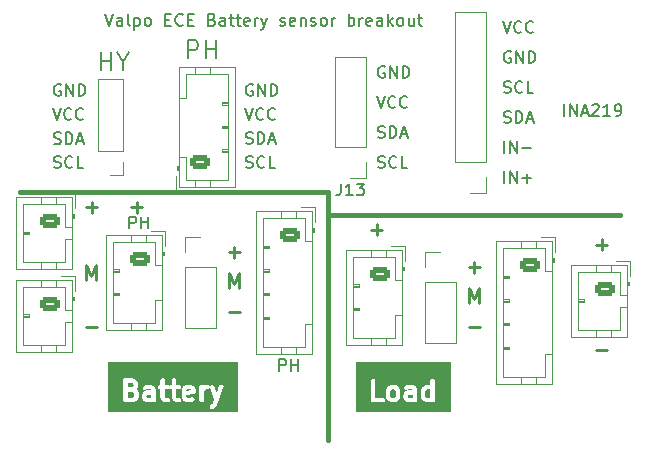
<source format=gbr>
%TF.GenerationSoftware,KiCad,Pcbnew,7.0.5-7.0.5~ubuntu22.04.1*%
%TF.CreationDate,2023-06-17T21:55:33-05:00*%
%TF.ProjectId,power-sensor-breakout,706f7765-722d-4736-956e-736f722d6272,rev?*%
%TF.SameCoordinates,Original*%
%TF.FileFunction,Legend,Top*%
%TF.FilePolarity,Positive*%
%FSLAX46Y46*%
G04 Gerber Fmt 4.6, Leading zero omitted, Abs format (unit mm)*
G04 Created by KiCad (PCBNEW 7.0.5-7.0.5~ubuntu22.04.1) date 2023-06-17 21:55:33*
%MOMM*%
%LPD*%
G01*
G04 APERTURE LIST*
G04 Aperture macros list*
%AMRoundRect*
0 Rectangle with rounded corners*
0 $1 Rounding radius*
0 $2 $3 $4 $5 $6 $7 $8 $9 X,Y pos of 4 corners*
0 Add a 4 corners polygon primitive as box body*
4,1,4,$2,$3,$4,$5,$6,$7,$8,$9,$2,$3,0*
0 Add four circle primitives for the rounded corners*
1,1,$1+$1,$2,$3*
1,1,$1+$1,$4,$5*
1,1,$1+$1,$6,$7*
1,1,$1+$1,$8,$9*
0 Add four rect primitives between the rounded corners*
20,1,$1+$1,$2,$3,$4,$5,0*
20,1,$1+$1,$4,$5,$6,$7,0*
20,1,$1+$1,$6,$7,$8,$9,0*
20,1,$1+$1,$8,$9,$2,$3,0*%
G04 Aperture macros list end*
%ADD10C,0.254000*%
%ADD11C,0.150000*%
%ADD12C,0.381000*%
%ADD13C,0.187500*%
%ADD14C,0.127000*%
%ADD15C,0.120000*%
%ADD16R,1.700000X1.700000*%
%ADD17O,1.700000X1.700000*%
%ADD18C,3.200000*%
%ADD19O,1.750000X1.200000*%
%ADD20RoundRect,0.250000X-0.625000X0.350000X-0.625000X-0.350000X0.625000X-0.350000X0.625000X0.350000X0*%
%ADD21R,1.350000X1.350000*%
%ADD22O,1.350000X1.350000*%
%ADD23RoundRect,0.250000X0.625000X-0.350000X0.625000X0.350000X-0.625000X0.350000X-0.625000X-0.350000X0*%
G04 APERTURE END LIST*
D10*
X123659485Y-89517558D02*
X124627105Y-89517558D01*
X124143295Y-90001368D02*
X124143295Y-89033749D01*
X142709485Y-99677558D02*
X143677105Y-99677558D01*
X142709485Y-90787558D02*
X143677105Y-90787558D01*
X143193295Y-91271368D02*
X143193295Y-90303749D01*
X131914485Y-92692558D02*
X132882105Y-92692558D01*
X132398295Y-93176368D02*
X132398295Y-92208749D01*
X131914485Y-97772558D02*
X132882105Y-97772558D01*
X131914485Y-95716368D02*
X131914485Y-94446368D01*
X131914485Y-94446368D02*
X132337819Y-95353511D01*
X132337819Y-95353511D02*
X132761152Y-94446368D01*
X132761152Y-94446368D02*
X132761152Y-95716368D01*
X99529485Y-93811368D02*
X99529485Y-92541368D01*
X99529485Y-92541368D02*
X99952819Y-93448511D01*
X99952819Y-93448511D02*
X100376152Y-92541368D01*
X100376152Y-92541368D02*
X100376152Y-93811368D01*
X111594485Y-94446368D02*
X111594485Y-93176368D01*
X111594485Y-93176368D02*
X112017819Y-94083511D01*
X112017819Y-94083511D02*
X112441152Y-93176368D01*
X112441152Y-93176368D02*
X112441152Y-94446368D01*
X99529485Y-97772558D02*
X100497105Y-97772558D01*
X111594485Y-96502558D02*
X112562105Y-96502558D01*
X111594485Y-91422558D02*
X112562105Y-91422558D01*
X112078295Y-91906368D02*
X112078295Y-90938749D01*
X103339485Y-87612558D02*
X104307105Y-87612558D01*
X103823295Y-88096368D02*
X103823295Y-87128749D01*
X99529485Y-87612558D02*
X100497105Y-87612558D01*
X100013295Y-88096368D02*
X100013295Y-87128749D01*
D11*
X103206779Y-89404819D02*
X103206779Y-88404819D01*
X103206779Y-88404819D02*
X103587731Y-88404819D01*
X103587731Y-88404819D02*
X103682969Y-88452438D01*
X103682969Y-88452438D02*
X103730588Y-88500057D01*
X103730588Y-88500057D02*
X103778207Y-88595295D01*
X103778207Y-88595295D02*
X103778207Y-88738152D01*
X103778207Y-88738152D02*
X103730588Y-88833390D01*
X103730588Y-88833390D02*
X103682969Y-88881009D01*
X103682969Y-88881009D02*
X103587731Y-88928628D01*
X103587731Y-88928628D02*
X103206779Y-88928628D01*
X104206779Y-89404819D02*
X104206779Y-88404819D01*
X104206779Y-88881009D02*
X104778207Y-88881009D01*
X104778207Y-89404819D02*
X104778207Y-88404819D01*
X115906779Y-101469819D02*
X115906779Y-100469819D01*
X115906779Y-100469819D02*
X116287731Y-100469819D01*
X116287731Y-100469819D02*
X116382969Y-100517438D01*
X116382969Y-100517438D02*
X116430588Y-100565057D01*
X116430588Y-100565057D02*
X116478207Y-100660295D01*
X116478207Y-100660295D02*
X116478207Y-100803152D01*
X116478207Y-100803152D02*
X116430588Y-100898390D01*
X116430588Y-100898390D02*
X116382969Y-100946009D01*
X116382969Y-100946009D02*
X116287731Y-100993628D01*
X116287731Y-100993628D02*
X115906779Y-100993628D01*
X116906779Y-101469819D02*
X116906779Y-100469819D01*
X116906779Y-100946009D02*
X117478207Y-100946009D01*
X117478207Y-101469819D02*
X117478207Y-100469819D01*
D12*
X120015000Y-88265000D02*
X144780000Y-88265000D01*
X120015000Y-86360000D02*
X93980000Y-86360000D01*
D13*
X108176497Y-74990678D02*
X108176497Y-73490678D01*
X108176497Y-73490678D02*
X108747926Y-73490678D01*
X108747926Y-73490678D02*
X108890783Y-73562107D01*
X108890783Y-73562107D02*
X108962212Y-73633535D01*
X108962212Y-73633535D02*
X109033640Y-73776392D01*
X109033640Y-73776392D02*
X109033640Y-73990678D01*
X109033640Y-73990678D02*
X108962212Y-74133535D01*
X108962212Y-74133535D02*
X108890783Y-74204964D01*
X108890783Y-74204964D02*
X108747926Y-74276392D01*
X108747926Y-74276392D02*
X108176497Y-74276392D01*
X109676497Y-74990678D02*
X109676497Y-73490678D01*
X109676497Y-74204964D02*
X110533640Y-74204964D01*
X110533640Y-74990678D02*
X110533640Y-73490678D01*
X100810497Y-76006678D02*
X100810497Y-74506678D01*
X100810497Y-75220964D02*
X101667640Y-75220964D01*
X101667640Y-76006678D02*
X101667640Y-74506678D01*
X102667641Y-75292392D02*
X102667641Y-76006678D01*
X102167641Y-74506678D02*
X102667641Y-75292392D01*
X102667641Y-75292392D02*
X103167641Y-74506678D01*
D12*
G36*
X125686382Y-103052652D02*
G01*
X125721283Y-103087553D01*
X125765966Y-103176917D01*
X125765966Y-103558690D01*
X125721283Y-103648055D01*
X125686383Y-103682955D01*
X125597019Y-103727638D01*
X125451104Y-103727638D01*
X125361739Y-103682955D01*
X125326840Y-103648055D01*
X125282157Y-103558689D01*
X125282157Y-103176917D01*
X125326838Y-103087554D01*
X125361739Y-103052653D01*
X125451104Y-103007971D01*
X125597019Y-103007971D01*
X125686382Y-103052652D01*
G37*
G36*
X127181109Y-103721783D02*
G01*
X127169400Y-103727638D01*
X126866247Y-103727638D01*
X126806028Y-103697528D01*
X126775919Y-103637309D01*
X126775919Y-103570012D01*
X126806027Y-103509794D01*
X126866247Y-103479685D01*
X127181109Y-103479685D01*
X127181109Y-103721783D01*
G37*
G36*
X128674871Y-103013825D02*
G01*
X128674871Y-103721783D01*
X128663162Y-103727638D01*
X128438628Y-103727638D01*
X128349263Y-103682955D01*
X128314364Y-103648055D01*
X128269681Y-103558689D01*
X128269681Y-103176917D01*
X128314362Y-103087554D01*
X128349263Y-103052653D01*
X128438628Y-103007971D01*
X128663162Y-103007971D01*
X128674871Y-103013825D01*
G37*
G36*
X130437467Y-104947357D02*
G01*
X122382643Y-104947357D01*
X122382643Y-103946393D01*
X123637231Y-103946393D01*
X123654807Y-103984879D01*
X123666728Y-104025478D01*
X123677682Y-104034970D01*
X123683704Y-104048155D01*
X123719299Y-104071031D01*
X123751275Y-104098738D01*
X123765621Y-104100800D01*
X123777816Y-104108638D01*
X123820130Y-104108638D01*
X123862007Y-104114659D01*
X123875191Y-104108638D01*
X124647330Y-104108638D01*
X124727282Y-104085162D01*
X124800542Y-104000615D01*
X124816463Y-103889883D01*
X124769990Y-103788121D01*
X124675878Y-103727638D01*
X124024252Y-103727638D01*
X124024252Y-103153259D01*
X124894262Y-103153259D01*
X124901157Y-103169883D01*
X124901157Y-103593408D01*
X124896253Y-103638825D01*
X124913665Y-103673650D01*
X124924633Y-103711001D01*
X124938233Y-103722786D01*
X124989206Y-103824729D01*
X124996019Y-103856049D01*
X125033152Y-103893183D01*
X125068889Y-103931602D01*
X125072492Y-103932523D01*
X125097302Y-103957334D01*
X125113670Y-103984892D01*
X125160621Y-104008367D01*
X125206691Y-104033524D01*
X125210403Y-104033258D01*
X125311766Y-104083939D01*
X125350197Y-104108638D01*
X125389132Y-104108638D01*
X125427445Y-104115533D01*
X125444069Y-104108638D01*
X125631737Y-104108638D01*
X125677154Y-104113542D01*
X125711979Y-104096129D01*
X125749330Y-104085162D01*
X125761115Y-104071561D01*
X125863059Y-104020588D01*
X125894380Y-104013775D01*
X125931510Y-103976643D01*
X125969931Y-103940906D01*
X125970852Y-103937301D01*
X125995662Y-103912490D01*
X126023220Y-103896124D01*
X126046700Y-103849162D01*
X126071852Y-103803101D01*
X126071586Y-103799390D01*
X126122267Y-103698027D01*
X126146966Y-103659597D01*
X126146966Y-103620661D01*
X126153861Y-103582349D01*
X126146965Y-103565724D01*
X126146965Y-103546354D01*
X126388024Y-103546354D01*
X126394919Y-103562978D01*
X126394919Y-103672026D01*
X126390015Y-103717443D01*
X126407427Y-103752268D01*
X126418395Y-103789620D01*
X126431995Y-103801404D01*
X126471946Y-103881308D01*
X126471686Y-103888706D01*
X126496724Y-103930864D01*
X126505897Y-103949209D01*
X126510663Y-103954333D01*
X126528813Y-103984892D01*
X126548024Y-103994497D01*
X126562651Y-104010222D01*
X126597082Y-104019026D01*
X126726909Y-104083939D01*
X126765340Y-104108638D01*
X126804275Y-104108638D01*
X126842588Y-104115533D01*
X126859212Y-104108638D01*
X127204118Y-104108638D01*
X127249535Y-104113542D01*
X127284360Y-104096129D01*
X127285675Y-104095742D01*
X127289132Y-104098738D01*
X127399864Y-104114659D01*
X127501626Y-104068186D01*
X127562109Y-103974074D01*
X127562109Y-103863486D01*
X127570027Y-103832522D01*
X127562109Y-103808696D01*
X127562109Y-103234533D01*
X127570027Y-103203569D01*
X127562109Y-103179743D01*
X127562109Y-103153259D01*
X127881786Y-103153259D01*
X127888681Y-103169883D01*
X127888681Y-103593408D01*
X127883777Y-103638825D01*
X127901189Y-103673650D01*
X127912157Y-103711001D01*
X127925757Y-103722786D01*
X127976730Y-103824729D01*
X127983543Y-103856049D01*
X128020676Y-103893183D01*
X128056413Y-103931602D01*
X128060016Y-103932523D01*
X128084826Y-103957334D01*
X128101194Y-103984892D01*
X128148145Y-104008367D01*
X128194215Y-104033524D01*
X128197927Y-104033258D01*
X128299290Y-104083939D01*
X128337721Y-104108638D01*
X128376656Y-104108638D01*
X128414969Y-104115533D01*
X128431593Y-104108638D01*
X128697880Y-104108638D01*
X128743297Y-104113542D01*
X128778122Y-104096129D01*
X128779437Y-104095742D01*
X128782894Y-104098738D01*
X128893626Y-104114659D01*
X128995388Y-104068186D01*
X129055871Y-103974074D01*
X129055871Y-103863486D01*
X129063789Y-103832522D01*
X129055871Y-103808696D01*
X129055871Y-102899415D01*
X129057723Y-102846903D01*
X129055871Y-102843784D01*
X129055871Y-102239750D01*
X129032395Y-102159798D01*
X128947848Y-102086538D01*
X128837116Y-102070617D01*
X128735354Y-102117090D01*
X128674871Y-102211202D01*
X128674870Y-102625032D01*
X128670197Y-102626971D01*
X128403909Y-102626971D01*
X128358493Y-102622067D01*
X128323667Y-102639480D01*
X128286317Y-102650447D01*
X128274532Y-102664047D01*
X128172587Y-102715020D01*
X128141268Y-102721833D01*
X128104136Y-102758964D01*
X128065716Y-102794703D01*
X128064794Y-102798306D01*
X128039981Y-102823119D01*
X128012427Y-102839485D01*
X127988951Y-102886435D01*
X127963795Y-102932506D01*
X127964060Y-102936217D01*
X127913375Y-103037585D01*
X127888681Y-103076011D01*
X127888681Y-103114943D01*
X127881786Y-103153259D01*
X127562109Y-103153259D01*
X127562109Y-103063580D01*
X127567013Y-103018164D01*
X127549599Y-102983338D01*
X127538633Y-102945988D01*
X127525032Y-102934203D01*
X127485081Y-102854300D01*
X127485342Y-102846903D01*
X127460303Y-102804745D01*
X127451130Y-102786399D01*
X127446362Y-102781274D01*
X127428214Y-102750717D01*
X127409004Y-102741112D01*
X127394377Y-102725387D01*
X127359945Y-102716582D01*
X127230113Y-102651665D01*
X127191688Y-102626971D01*
X127152755Y-102626971D01*
X127114440Y-102620076D01*
X127097816Y-102626971D01*
X126831528Y-102626971D01*
X126786112Y-102622067D01*
X126751286Y-102639480D01*
X126713936Y-102650447D01*
X126702151Y-102664047D01*
X126554347Y-102737950D01*
X126493335Y-102794703D01*
X126465620Y-102903087D01*
X126500900Y-103009249D01*
X126587976Y-103079484D01*
X126699202Y-103091494D01*
X126866247Y-103007971D01*
X127090781Y-103007971D01*
X127150999Y-103038079D01*
X127178921Y-103093923D01*
X127169400Y-103098685D01*
X126831528Y-103098685D01*
X126786112Y-103093781D01*
X126751286Y-103111194D01*
X126713936Y-103122161D01*
X126702151Y-103135761D01*
X126622248Y-103175712D01*
X126614851Y-103175452D01*
X126572693Y-103200490D01*
X126554347Y-103209664D01*
X126549222Y-103214431D01*
X126518665Y-103232580D01*
X126509060Y-103251789D01*
X126493335Y-103266417D01*
X126484530Y-103300848D01*
X126419613Y-103430680D01*
X126394919Y-103469106D01*
X126394919Y-103508038D01*
X126388024Y-103546354D01*
X126146965Y-103546354D01*
X126146966Y-103142199D01*
X126151870Y-103096783D01*
X126134456Y-103061957D01*
X126123490Y-103024607D01*
X126109889Y-103012822D01*
X126058916Y-102910877D01*
X126052104Y-102879558D01*
X126014972Y-102842426D01*
X125979234Y-102804006D01*
X125975630Y-102803084D01*
X125950817Y-102778271D01*
X125934452Y-102750717D01*
X125887501Y-102727241D01*
X125841431Y-102702085D01*
X125837719Y-102702350D01*
X125736351Y-102651665D01*
X125697926Y-102626971D01*
X125658993Y-102626971D01*
X125620678Y-102620076D01*
X125604054Y-102626971D01*
X125416385Y-102626971D01*
X125370969Y-102622067D01*
X125336143Y-102639480D01*
X125298793Y-102650447D01*
X125287008Y-102664047D01*
X125185063Y-102715020D01*
X125153744Y-102721833D01*
X125116612Y-102758964D01*
X125078192Y-102794703D01*
X125077270Y-102798306D01*
X125052457Y-102823119D01*
X125024903Y-102839485D01*
X125001427Y-102886435D01*
X124976271Y-102932506D01*
X124976536Y-102936217D01*
X124925851Y-103037585D01*
X124901157Y-103076011D01*
X124901157Y-103114943D01*
X124894262Y-103153259D01*
X124024252Y-103153259D01*
X124024252Y-102239750D01*
X124000776Y-102159798D01*
X123916229Y-102086538D01*
X123805497Y-102070617D01*
X123703735Y-102117090D01*
X123643252Y-102211202D01*
X123643252Y-103904516D01*
X123637231Y-103946393D01*
X122382643Y-103946393D01*
X122382643Y-100729143D01*
X130437467Y-100729143D01*
X130437467Y-104947357D01*
G37*
G36*
X105046823Y-103721783D02*
G01*
X105035114Y-103727638D01*
X104731961Y-103727638D01*
X104671742Y-103697528D01*
X104641633Y-103637310D01*
X104641633Y-103570012D01*
X104671741Y-103509794D01*
X104731961Y-103479685D01*
X105046823Y-103479685D01*
X105046823Y-103721783D01*
G37*
G36*
X108397333Y-103038079D02*
G01*
X108407485Y-103058384D01*
X108022253Y-103135431D01*
X108022253Y-103098298D01*
X108052361Y-103038080D01*
X108112581Y-103007971D01*
X108337115Y-103007971D01*
X108397333Y-103038079D01*
G37*
G36*
X103562037Y-103298450D02*
G01*
X103586997Y-103323410D01*
X103631680Y-103412774D01*
X103631680Y-103558690D01*
X103586997Y-103648055D01*
X103552097Y-103682955D01*
X103462733Y-103727638D01*
X103069252Y-103727638D01*
X103069252Y-103243828D01*
X103398170Y-103243828D01*
X103562037Y-103298450D01*
G37*
G36*
X103473477Y-102502319D02*
G01*
X103508378Y-102537220D01*
X103553061Y-102626584D01*
X103553061Y-102693881D01*
X103508378Y-102783245D01*
X103473478Y-102818145D01*
X103387379Y-102861195D01*
X103380071Y-102860931D01*
X103376871Y-102862828D01*
X103069252Y-102862828D01*
X103069252Y-102457638D01*
X103384114Y-102457638D01*
X103473477Y-102502319D01*
G37*
G36*
X112391373Y-104947357D02*
G01*
X101427643Y-104947357D01*
X101427643Y-104475468D01*
X109991907Y-104475468D01*
X110027187Y-104581630D01*
X110114263Y-104651865D01*
X110225489Y-104663875D01*
X110411393Y-104570922D01*
X110442714Y-104564109D01*
X110479853Y-104526969D01*
X110518266Y-104491239D01*
X110519187Y-104487635D01*
X110549661Y-104457161D01*
X110582283Y-104433918D01*
X110598833Y-104392542D01*
X110620187Y-104353436D01*
X110619320Y-104341323D01*
X110740952Y-104037242D01*
X110744009Y-104034887D01*
X110747944Y-104023868D01*
X110756329Y-104015715D01*
X110765693Y-103975390D01*
X110770466Y-103963459D01*
X110770810Y-103959843D01*
X111165128Y-102855751D01*
X111169911Y-102772561D01*
X111114929Y-102675133D01*
X111016003Y-102622896D01*
X110904539Y-102632435D01*
X110815926Y-102700722D01*
X110583419Y-103351740D01*
X110360515Y-102727607D01*
X110311516Y-102660208D01*
X110207255Y-102619652D01*
X110097619Y-102641902D01*
X110017416Y-102719894D01*
X109992110Y-102828866D01*
X110379772Y-103914320D01*
X110263829Y-104204177D01*
X110234718Y-104233288D01*
X110080634Y-104310331D01*
X110019622Y-104367084D01*
X109991907Y-104475468D01*
X101427643Y-104475468D01*
X101427643Y-103946393D01*
X102682231Y-103946393D01*
X102699807Y-103984879D01*
X102711728Y-104025478D01*
X102722682Y-104034970D01*
X102728704Y-104048155D01*
X102764299Y-104071031D01*
X102796275Y-104098738D01*
X102810621Y-104100800D01*
X102822816Y-104108638D01*
X102865130Y-104108638D01*
X102907007Y-104114659D01*
X102920191Y-104108638D01*
X103497451Y-104108638D01*
X103542868Y-104113542D01*
X103577693Y-104096129D01*
X103615044Y-104085162D01*
X103626829Y-104071561D01*
X103728773Y-104020588D01*
X103760094Y-104013775D01*
X103797224Y-103976643D01*
X103835645Y-103940906D01*
X103836566Y-103937301D01*
X103861376Y-103912490D01*
X103888934Y-103896124D01*
X103912414Y-103849162D01*
X103937566Y-103803101D01*
X103937300Y-103799390D01*
X103987981Y-103698027D01*
X104012680Y-103659597D01*
X104012680Y-103620661D01*
X104019575Y-103582349D01*
X104012680Y-103565724D01*
X104012680Y-103546354D01*
X104253738Y-103546354D01*
X104260633Y-103562978D01*
X104260633Y-103672026D01*
X104255729Y-103717443D01*
X104273141Y-103752268D01*
X104284109Y-103789620D01*
X104297709Y-103801404D01*
X104337660Y-103881308D01*
X104337400Y-103888706D01*
X104362438Y-103930864D01*
X104371611Y-103949209D01*
X104376377Y-103954333D01*
X104394527Y-103984892D01*
X104413738Y-103994497D01*
X104428365Y-104010222D01*
X104462796Y-104019026D01*
X104592623Y-104083939D01*
X104631054Y-104108638D01*
X104669989Y-104108638D01*
X104708302Y-104115533D01*
X104724926Y-104108638D01*
X105069832Y-104108638D01*
X105115249Y-104113542D01*
X105150074Y-104096129D01*
X105151389Y-104095742D01*
X105154846Y-104098738D01*
X105265578Y-104114659D01*
X105367340Y-104068186D01*
X105427823Y-103974074D01*
X105427823Y-103863486D01*
X105435741Y-103832522D01*
X105427823Y-103808696D01*
X105427823Y-103234533D01*
X105435741Y-103203569D01*
X105427823Y-103179743D01*
X105427823Y-103063580D01*
X105432727Y-103018164D01*
X105415313Y-102983338D01*
X105404347Y-102945988D01*
X105390746Y-102934203D01*
X105350795Y-102854300D01*
X105351056Y-102846903D01*
X105350357Y-102845726D01*
X105591136Y-102845726D01*
X105637609Y-102947488D01*
X105731721Y-103007971D01*
X105833014Y-103007971D01*
X105833014Y-103672026D01*
X105828110Y-103717443D01*
X105845522Y-103752268D01*
X105856490Y-103789620D01*
X105870090Y-103801404D01*
X105910041Y-103881308D01*
X105909781Y-103888706D01*
X105934819Y-103930864D01*
X105943992Y-103949209D01*
X105948758Y-103954333D01*
X105966908Y-103984892D01*
X105986119Y-103994497D01*
X106000746Y-104010222D01*
X106035177Y-104019026D01*
X106165004Y-104083939D01*
X106203435Y-104108638D01*
X106242370Y-104108638D01*
X106280683Y-104115533D01*
X106297307Y-104108638D01*
X106443997Y-104108638D01*
X106523949Y-104085162D01*
X106597209Y-104000615D01*
X106613130Y-103889883D01*
X106566657Y-103788121D01*
X106472545Y-103727638D01*
X106304342Y-103727638D01*
X106244123Y-103697528D01*
X106214014Y-103637310D01*
X106214014Y-103007971D01*
X106443997Y-103007971D01*
X106523949Y-102984495D01*
X106572401Y-102928577D01*
X106581038Y-102947488D01*
X106675150Y-103007971D01*
X106776443Y-103007971D01*
X106776443Y-103672026D01*
X106771539Y-103717443D01*
X106788951Y-103752268D01*
X106799919Y-103789620D01*
X106813519Y-103801404D01*
X106853470Y-103881308D01*
X106853210Y-103888706D01*
X106878248Y-103930864D01*
X106887421Y-103949209D01*
X106892187Y-103954333D01*
X106910337Y-103984892D01*
X106929548Y-103994497D01*
X106944175Y-104010222D01*
X106978606Y-104019026D01*
X107108433Y-104083939D01*
X107146864Y-104108638D01*
X107185799Y-104108638D01*
X107224112Y-104115533D01*
X107240736Y-104108638D01*
X107387426Y-104108638D01*
X107467378Y-104085162D01*
X107540638Y-104000615D01*
X107556559Y-103889883D01*
X107510086Y-103788121D01*
X107415974Y-103727638D01*
X107247771Y-103727638D01*
X107187552Y-103697528D01*
X107157443Y-103637310D01*
X107157443Y-103074640D01*
X107634358Y-103074640D01*
X107641253Y-103091264D01*
X107641253Y-103317474D01*
X107638485Y-103322347D01*
X107641253Y-103372993D01*
X107641253Y-103672026D01*
X107636349Y-103717443D01*
X107653761Y-103752268D01*
X107664729Y-103789620D01*
X107678329Y-103801404D01*
X107718280Y-103881308D01*
X107718020Y-103888706D01*
X107743058Y-103930864D01*
X107752231Y-103949209D01*
X107756997Y-103954333D01*
X107775147Y-103984892D01*
X107794358Y-103994497D01*
X107808985Y-104010222D01*
X107843416Y-104019026D01*
X107973243Y-104083939D01*
X108011674Y-104108638D01*
X108050609Y-104108638D01*
X108088922Y-104115533D01*
X108105546Y-104108638D01*
X108371833Y-104108638D01*
X108417250Y-104113542D01*
X108452075Y-104096129D01*
X108489426Y-104085162D01*
X108501211Y-104071561D01*
X108649014Y-103997659D01*
X108710027Y-103940906D01*
X108737742Y-103832522D01*
X108702461Y-103726360D01*
X108615385Y-103656125D01*
X108504160Y-103644115D01*
X108337115Y-103727638D01*
X108112581Y-103727638D01*
X108052362Y-103697528D01*
X108022253Y-103637310D01*
X108022253Y-103523976D01*
X108623219Y-103403783D01*
X108646198Y-103407087D01*
X108676973Y-103393032D01*
X108682160Y-103391995D01*
X108701811Y-103381689D01*
X108747960Y-103360614D01*
X108750990Y-103355898D01*
X108755955Y-103353295D01*
X108781012Y-103309183D01*
X108808443Y-103266502D01*
X108808443Y-103260895D01*
X108811211Y-103256023D01*
X108808442Y-103205368D01*
X108808442Y-103153259D01*
X109128120Y-103153259D01*
X109135015Y-103169883D01*
X109135015Y-103945526D01*
X109158491Y-104025478D01*
X109243038Y-104098738D01*
X109353770Y-104114659D01*
X109455532Y-104068186D01*
X109516015Y-103974074D01*
X109516015Y-103176917D01*
X109560696Y-103087554D01*
X109595597Y-103052653D01*
X109684962Y-103007971D01*
X109824617Y-103007971D01*
X109904569Y-102984495D01*
X109977829Y-102899948D01*
X109993750Y-102789216D01*
X109947277Y-102687454D01*
X109853165Y-102626971D01*
X109650243Y-102626971D01*
X109604827Y-102622067D01*
X109570001Y-102639480D01*
X109532651Y-102650447D01*
X109520866Y-102664047D01*
X109469180Y-102689890D01*
X109407992Y-102636871D01*
X109297260Y-102620950D01*
X109195498Y-102667423D01*
X109135015Y-102761535D01*
X109135015Y-103114943D01*
X109128120Y-103153259D01*
X108808442Y-103153259D01*
X108808443Y-103063580D01*
X108813347Y-103018164D01*
X108795933Y-102983338D01*
X108784967Y-102945988D01*
X108771366Y-102934203D01*
X108731415Y-102854300D01*
X108731676Y-102846903D01*
X108706637Y-102804745D01*
X108697464Y-102786399D01*
X108692696Y-102781274D01*
X108674548Y-102750717D01*
X108655338Y-102741112D01*
X108640711Y-102725387D01*
X108606279Y-102716582D01*
X108476447Y-102651665D01*
X108438022Y-102626971D01*
X108399089Y-102626971D01*
X108360774Y-102620076D01*
X108344150Y-102626971D01*
X108077862Y-102626971D01*
X108032446Y-102622067D01*
X107997620Y-102639480D01*
X107960270Y-102650447D01*
X107948485Y-102664047D01*
X107868582Y-102703998D01*
X107861185Y-102703738D01*
X107819027Y-102728776D01*
X107800681Y-102737950D01*
X107795556Y-102742717D01*
X107764999Y-102760866D01*
X107755394Y-102780075D01*
X107739669Y-102794703D01*
X107730864Y-102829134D01*
X107665947Y-102958966D01*
X107641253Y-102997392D01*
X107641253Y-103036324D01*
X107634358Y-103074640D01*
X107157443Y-103074640D01*
X107157443Y-103007971D01*
X107387426Y-103007971D01*
X107467378Y-102984495D01*
X107540638Y-102899948D01*
X107556559Y-102789216D01*
X107510086Y-102687454D01*
X107415974Y-102626971D01*
X107157443Y-102626971D01*
X107157443Y-102239750D01*
X107133967Y-102159798D01*
X107049420Y-102086538D01*
X106938688Y-102070617D01*
X106836926Y-102117090D01*
X106776443Y-102211202D01*
X106776443Y-102626971D01*
X106703698Y-102626971D01*
X106623746Y-102650447D01*
X106575293Y-102706364D01*
X106566657Y-102687454D01*
X106472545Y-102626971D01*
X106214014Y-102626971D01*
X106214014Y-102239750D01*
X106190538Y-102159798D01*
X106105991Y-102086538D01*
X105995259Y-102070617D01*
X105893497Y-102117090D01*
X105833014Y-102211202D01*
X105833014Y-102626971D01*
X105760269Y-102626971D01*
X105680317Y-102650447D01*
X105607057Y-102734994D01*
X105591136Y-102845726D01*
X105350357Y-102845726D01*
X105326017Y-102804745D01*
X105316844Y-102786399D01*
X105312076Y-102781274D01*
X105293928Y-102750717D01*
X105274718Y-102741112D01*
X105260091Y-102725387D01*
X105225659Y-102716582D01*
X105095827Y-102651665D01*
X105057402Y-102626971D01*
X105018469Y-102626971D01*
X104980154Y-102620076D01*
X104963530Y-102626971D01*
X104697242Y-102626971D01*
X104651826Y-102622067D01*
X104617000Y-102639480D01*
X104579650Y-102650447D01*
X104567865Y-102664047D01*
X104420061Y-102737950D01*
X104359049Y-102794703D01*
X104331334Y-102903087D01*
X104366614Y-103009249D01*
X104453690Y-103079484D01*
X104564916Y-103091494D01*
X104731961Y-103007971D01*
X104956495Y-103007971D01*
X105016713Y-103038079D01*
X105044635Y-103093923D01*
X105035114Y-103098685D01*
X104697242Y-103098685D01*
X104651826Y-103093781D01*
X104617000Y-103111194D01*
X104579650Y-103122161D01*
X104567865Y-103135761D01*
X104487962Y-103175712D01*
X104480565Y-103175452D01*
X104438407Y-103200490D01*
X104420061Y-103209664D01*
X104414936Y-103214431D01*
X104384379Y-103232580D01*
X104374774Y-103251789D01*
X104359049Y-103266417D01*
X104350244Y-103300848D01*
X104285327Y-103430680D01*
X104260633Y-103469106D01*
X104260633Y-103508038D01*
X104253738Y-103546354D01*
X104012680Y-103546354D01*
X104012680Y-103378056D01*
X104017584Y-103332640D01*
X104000170Y-103297814D01*
X103989204Y-103260464D01*
X103975603Y-103248679D01*
X103924630Y-103146734D01*
X103917818Y-103115415D01*
X103880686Y-103078283D01*
X103844948Y-103039863D01*
X103841344Y-103038941D01*
X103818115Y-103015712D01*
X103833792Y-102984358D01*
X103858947Y-102938293D01*
X103858681Y-102934581D01*
X103909362Y-102833218D01*
X103934061Y-102794788D01*
X103934061Y-102755852D01*
X103940956Y-102717540D01*
X103934061Y-102700915D01*
X103934061Y-102591866D01*
X103938965Y-102546450D01*
X103921551Y-102511624D01*
X103910585Y-102474274D01*
X103896984Y-102462489D01*
X103846011Y-102360544D01*
X103839199Y-102329225D01*
X103802067Y-102292093D01*
X103766329Y-102253673D01*
X103762725Y-102252751D01*
X103737912Y-102227938D01*
X103721547Y-102200384D01*
X103674596Y-102176908D01*
X103628526Y-102151752D01*
X103624814Y-102152017D01*
X103523446Y-102101332D01*
X103485021Y-102076638D01*
X103446088Y-102076638D01*
X103407773Y-102069743D01*
X103391149Y-102076638D01*
X102892374Y-102076638D01*
X102850497Y-102070617D01*
X102812010Y-102088193D01*
X102771412Y-102100114D01*
X102761919Y-102111068D01*
X102748735Y-102117090D01*
X102725858Y-102152685D01*
X102698152Y-102184661D01*
X102696089Y-102199007D01*
X102688252Y-102211202D01*
X102688252Y-102253516D01*
X102682231Y-102295393D01*
X102688252Y-102308577D01*
X102688252Y-103039706D01*
X102682231Y-103081583D01*
X102688252Y-103094767D01*
X102688252Y-103904516D01*
X102682231Y-103946393D01*
X101427643Y-103946393D01*
X101427643Y-100729143D01*
X112391373Y-100729143D01*
X112391373Y-104947357D01*
G37*
X120015000Y-86360000D02*
X120015000Y-107315000D01*
D11*
X140036779Y-79879819D02*
X140036779Y-78879819D01*
X140512969Y-79879819D02*
X140512969Y-78879819D01*
X140512969Y-78879819D02*
X141084397Y-79879819D01*
X141084397Y-79879819D02*
X141084397Y-78879819D01*
X141512969Y-79594104D02*
X141989159Y-79594104D01*
X141417731Y-79879819D02*
X141751064Y-78879819D01*
X141751064Y-78879819D02*
X142084397Y-79879819D01*
X142370112Y-78975057D02*
X142417731Y-78927438D01*
X142417731Y-78927438D02*
X142512969Y-78879819D01*
X142512969Y-78879819D02*
X142751064Y-78879819D01*
X142751064Y-78879819D02*
X142846302Y-78927438D01*
X142846302Y-78927438D02*
X142893921Y-78975057D01*
X142893921Y-78975057D02*
X142941540Y-79070295D01*
X142941540Y-79070295D02*
X142941540Y-79165533D01*
X142941540Y-79165533D02*
X142893921Y-79308390D01*
X142893921Y-79308390D02*
X142322493Y-79879819D01*
X142322493Y-79879819D02*
X142941540Y-79879819D01*
X143893921Y-79879819D02*
X143322493Y-79879819D01*
X143608207Y-79879819D02*
X143608207Y-78879819D01*
X143608207Y-78879819D02*
X143512969Y-79022676D01*
X143512969Y-79022676D02*
X143417731Y-79117914D01*
X143417731Y-79117914D02*
X143322493Y-79165533D01*
X144370112Y-79879819D02*
X144560588Y-79879819D01*
X144560588Y-79879819D02*
X144655826Y-79832200D01*
X144655826Y-79832200D02*
X144703445Y-79784580D01*
X144703445Y-79784580D02*
X144798683Y-79641723D01*
X144798683Y-79641723D02*
X144846302Y-79451247D01*
X144846302Y-79451247D02*
X144846302Y-79070295D01*
X144846302Y-79070295D02*
X144798683Y-78975057D01*
X144798683Y-78975057D02*
X144751064Y-78927438D01*
X144751064Y-78927438D02*
X144655826Y-78879819D01*
X144655826Y-78879819D02*
X144465350Y-78879819D01*
X144465350Y-78879819D02*
X144370112Y-78927438D01*
X144370112Y-78927438D02*
X144322493Y-78975057D01*
X144322493Y-78975057D02*
X144274874Y-79070295D01*
X144274874Y-79070295D02*
X144274874Y-79308390D01*
X144274874Y-79308390D02*
X144322493Y-79403628D01*
X144322493Y-79403628D02*
X144370112Y-79451247D01*
X144370112Y-79451247D02*
X144465350Y-79498866D01*
X144465350Y-79498866D02*
X144655826Y-79498866D01*
X144655826Y-79498866D02*
X144751064Y-79451247D01*
X144751064Y-79451247D02*
X144798683Y-79403628D01*
X144798683Y-79403628D02*
X144846302Y-79308390D01*
X134813922Y-71844819D02*
X135147255Y-72844819D01*
X135147255Y-72844819D02*
X135480588Y-71844819D01*
X136385350Y-72749580D02*
X136337731Y-72797200D01*
X136337731Y-72797200D02*
X136194874Y-72844819D01*
X136194874Y-72844819D02*
X136099636Y-72844819D01*
X136099636Y-72844819D02*
X135956779Y-72797200D01*
X135956779Y-72797200D02*
X135861541Y-72701961D01*
X135861541Y-72701961D02*
X135813922Y-72606723D01*
X135813922Y-72606723D02*
X135766303Y-72416247D01*
X135766303Y-72416247D02*
X135766303Y-72273390D01*
X135766303Y-72273390D02*
X135813922Y-72082914D01*
X135813922Y-72082914D02*
X135861541Y-71987676D01*
X135861541Y-71987676D02*
X135956779Y-71892438D01*
X135956779Y-71892438D02*
X136099636Y-71844819D01*
X136099636Y-71844819D02*
X136194874Y-71844819D01*
X136194874Y-71844819D02*
X136337731Y-71892438D01*
X136337731Y-71892438D02*
X136385350Y-71940057D01*
X137385350Y-72749580D02*
X137337731Y-72797200D01*
X137337731Y-72797200D02*
X137194874Y-72844819D01*
X137194874Y-72844819D02*
X137099636Y-72844819D01*
X137099636Y-72844819D02*
X136956779Y-72797200D01*
X136956779Y-72797200D02*
X136861541Y-72701961D01*
X136861541Y-72701961D02*
X136813922Y-72606723D01*
X136813922Y-72606723D02*
X136766303Y-72416247D01*
X136766303Y-72416247D02*
X136766303Y-72273390D01*
X136766303Y-72273390D02*
X136813922Y-72082914D01*
X136813922Y-72082914D02*
X136861541Y-71987676D01*
X136861541Y-71987676D02*
X136956779Y-71892438D01*
X136956779Y-71892438D02*
X137099636Y-71844819D01*
X137099636Y-71844819D02*
X137194874Y-71844819D01*
X137194874Y-71844819D02*
X137337731Y-71892438D01*
X137337731Y-71892438D02*
X137385350Y-71940057D01*
X135480588Y-74432438D02*
X135385350Y-74384819D01*
X135385350Y-74384819D02*
X135242493Y-74384819D01*
X135242493Y-74384819D02*
X135099636Y-74432438D01*
X135099636Y-74432438D02*
X135004398Y-74527676D01*
X135004398Y-74527676D02*
X134956779Y-74622914D01*
X134956779Y-74622914D02*
X134909160Y-74813390D01*
X134909160Y-74813390D02*
X134909160Y-74956247D01*
X134909160Y-74956247D02*
X134956779Y-75146723D01*
X134956779Y-75146723D02*
X135004398Y-75241961D01*
X135004398Y-75241961D02*
X135099636Y-75337200D01*
X135099636Y-75337200D02*
X135242493Y-75384819D01*
X135242493Y-75384819D02*
X135337731Y-75384819D01*
X135337731Y-75384819D02*
X135480588Y-75337200D01*
X135480588Y-75337200D02*
X135528207Y-75289580D01*
X135528207Y-75289580D02*
X135528207Y-74956247D01*
X135528207Y-74956247D02*
X135337731Y-74956247D01*
X135956779Y-75384819D02*
X135956779Y-74384819D01*
X135956779Y-74384819D02*
X136528207Y-75384819D01*
X136528207Y-75384819D02*
X136528207Y-74384819D01*
X137004398Y-75384819D02*
X137004398Y-74384819D01*
X137004398Y-74384819D02*
X137242493Y-74384819D01*
X137242493Y-74384819D02*
X137385350Y-74432438D01*
X137385350Y-74432438D02*
X137480588Y-74527676D01*
X137480588Y-74527676D02*
X137528207Y-74622914D01*
X137528207Y-74622914D02*
X137575826Y-74813390D01*
X137575826Y-74813390D02*
X137575826Y-74956247D01*
X137575826Y-74956247D02*
X137528207Y-75146723D01*
X137528207Y-75146723D02*
X137480588Y-75241961D01*
X137480588Y-75241961D02*
X137385350Y-75337200D01*
X137385350Y-75337200D02*
X137242493Y-75384819D01*
X137242493Y-75384819D02*
X137004398Y-75384819D01*
X134909160Y-77877200D02*
X135052017Y-77924819D01*
X135052017Y-77924819D02*
X135290112Y-77924819D01*
X135290112Y-77924819D02*
X135385350Y-77877200D01*
X135385350Y-77877200D02*
X135432969Y-77829580D01*
X135432969Y-77829580D02*
X135480588Y-77734342D01*
X135480588Y-77734342D02*
X135480588Y-77639104D01*
X135480588Y-77639104D02*
X135432969Y-77543866D01*
X135432969Y-77543866D02*
X135385350Y-77496247D01*
X135385350Y-77496247D02*
X135290112Y-77448628D01*
X135290112Y-77448628D02*
X135099636Y-77401009D01*
X135099636Y-77401009D02*
X135004398Y-77353390D01*
X135004398Y-77353390D02*
X134956779Y-77305771D01*
X134956779Y-77305771D02*
X134909160Y-77210533D01*
X134909160Y-77210533D02*
X134909160Y-77115295D01*
X134909160Y-77115295D02*
X134956779Y-77020057D01*
X134956779Y-77020057D02*
X135004398Y-76972438D01*
X135004398Y-76972438D02*
X135099636Y-76924819D01*
X135099636Y-76924819D02*
X135337731Y-76924819D01*
X135337731Y-76924819D02*
X135480588Y-76972438D01*
X136480588Y-77829580D02*
X136432969Y-77877200D01*
X136432969Y-77877200D02*
X136290112Y-77924819D01*
X136290112Y-77924819D02*
X136194874Y-77924819D01*
X136194874Y-77924819D02*
X136052017Y-77877200D01*
X136052017Y-77877200D02*
X135956779Y-77781961D01*
X135956779Y-77781961D02*
X135909160Y-77686723D01*
X135909160Y-77686723D02*
X135861541Y-77496247D01*
X135861541Y-77496247D02*
X135861541Y-77353390D01*
X135861541Y-77353390D02*
X135909160Y-77162914D01*
X135909160Y-77162914D02*
X135956779Y-77067676D01*
X135956779Y-77067676D02*
X136052017Y-76972438D01*
X136052017Y-76972438D02*
X136194874Y-76924819D01*
X136194874Y-76924819D02*
X136290112Y-76924819D01*
X136290112Y-76924819D02*
X136432969Y-76972438D01*
X136432969Y-76972438D02*
X136480588Y-77020057D01*
X137385350Y-77924819D02*
X136909160Y-77924819D01*
X136909160Y-77924819D02*
X136909160Y-76924819D01*
X134909160Y-80417200D02*
X135052017Y-80464819D01*
X135052017Y-80464819D02*
X135290112Y-80464819D01*
X135290112Y-80464819D02*
X135385350Y-80417200D01*
X135385350Y-80417200D02*
X135432969Y-80369580D01*
X135432969Y-80369580D02*
X135480588Y-80274342D01*
X135480588Y-80274342D02*
X135480588Y-80179104D01*
X135480588Y-80179104D02*
X135432969Y-80083866D01*
X135432969Y-80083866D02*
X135385350Y-80036247D01*
X135385350Y-80036247D02*
X135290112Y-79988628D01*
X135290112Y-79988628D02*
X135099636Y-79941009D01*
X135099636Y-79941009D02*
X135004398Y-79893390D01*
X135004398Y-79893390D02*
X134956779Y-79845771D01*
X134956779Y-79845771D02*
X134909160Y-79750533D01*
X134909160Y-79750533D02*
X134909160Y-79655295D01*
X134909160Y-79655295D02*
X134956779Y-79560057D01*
X134956779Y-79560057D02*
X135004398Y-79512438D01*
X135004398Y-79512438D02*
X135099636Y-79464819D01*
X135099636Y-79464819D02*
X135337731Y-79464819D01*
X135337731Y-79464819D02*
X135480588Y-79512438D01*
X135909160Y-80464819D02*
X135909160Y-79464819D01*
X135909160Y-79464819D02*
X136147255Y-79464819D01*
X136147255Y-79464819D02*
X136290112Y-79512438D01*
X136290112Y-79512438D02*
X136385350Y-79607676D01*
X136385350Y-79607676D02*
X136432969Y-79702914D01*
X136432969Y-79702914D02*
X136480588Y-79893390D01*
X136480588Y-79893390D02*
X136480588Y-80036247D01*
X136480588Y-80036247D02*
X136432969Y-80226723D01*
X136432969Y-80226723D02*
X136385350Y-80321961D01*
X136385350Y-80321961D02*
X136290112Y-80417200D01*
X136290112Y-80417200D02*
X136147255Y-80464819D01*
X136147255Y-80464819D02*
X135909160Y-80464819D01*
X136861541Y-80179104D02*
X137337731Y-80179104D01*
X136766303Y-80464819D02*
X137099636Y-79464819D01*
X137099636Y-79464819D02*
X137432969Y-80464819D01*
X134956779Y-83004819D02*
X134956779Y-82004819D01*
X135432969Y-83004819D02*
X135432969Y-82004819D01*
X135432969Y-82004819D02*
X136004397Y-83004819D01*
X136004397Y-83004819D02*
X136004397Y-82004819D01*
X136480588Y-82623866D02*
X137242493Y-82623866D01*
X134956779Y-85544819D02*
X134956779Y-84544819D01*
X135432969Y-85544819D02*
X135432969Y-84544819D01*
X135432969Y-84544819D02*
X136004397Y-85544819D01*
X136004397Y-85544819D02*
X136004397Y-84544819D01*
X136480588Y-85163866D02*
X137242493Y-85163866D01*
X136861540Y-85544819D02*
X136861540Y-84782914D01*
D14*
X101145313Y-71243056D02*
X101483980Y-72259056D01*
X101483980Y-72259056D02*
X101822647Y-71243056D01*
X102596742Y-72259056D02*
X102596742Y-71726866D01*
X102596742Y-71726866D02*
X102548361Y-71630104D01*
X102548361Y-71630104D02*
X102451599Y-71581723D01*
X102451599Y-71581723D02*
X102258075Y-71581723D01*
X102258075Y-71581723D02*
X102161313Y-71630104D01*
X102596742Y-72210676D02*
X102499980Y-72259056D01*
X102499980Y-72259056D02*
X102258075Y-72259056D01*
X102258075Y-72259056D02*
X102161313Y-72210676D01*
X102161313Y-72210676D02*
X102112932Y-72113914D01*
X102112932Y-72113914D02*
X102112932Y-72017152D01*
X102112932Y-72017152D02*
X102161313Y-71920390D01*
X102161313Y-71920390D02*
X102258075Y-71872009D01*
X102258075Y-71872009D02*
X102499980Y-71872009D01*
X102499980Y-71872009D02*
X102596742Y-71823628D01*
X103225694Y-72259056D02*
X103128932Y-72210676D01*
X103128932Y-72210676D02*
X103080551Y-72113914D01*
X103080551Y-72113914D02*
X103080551Y-71243056D01*
X103612741Y-71581723D02*
X103612741Y-72597723D01*
X103612741Y-71630104D02*
X103709503Y-71581723D01*
X103709503Y-71581723D02*
X103903027Y-71581723D01*
X103903027Y-71581723D02*
X103999789Y-71630104D01*
X103999789Y-71630104D02*
X104048170Y-71678485D01*
X104048170Y-71678485D02*
X104096551Y-71775247D01*
X104096551Y-71775247D02*
X104096551Y-72065533D01*
X104096551Y-72065533D02*
X104048170Y-72162295D01*
X104048170Y-72162295D02*
X103999789Y-72210676D01*
X103999789Y-72210676D02*
X103903027Y-72259056D01*
X103903027Y-72259056D02*
X103709503Y-72259056D01*
X103709503Y-72259056D02*
X103612741Y-72210676D01*
X104677122Y-72259056D02*
X104580360Y-72210676D01*
X104580360Y-72210676D02*
X104531979Y-72162295D01*
X104531979Y-72162295D02*
X104483598Y-72065533D01*
X104483598Y-72065533D02*
X104483598Y-71775247D01*
X104483598Y-71775247D02*
X104531979Y-71678485D01*
X104531979Y-71678485D02*
X104580360Y-71630104D01*
X104580360Y-71630104D02*
X104677122Y-71581723D01*
X104677122Y-71581723D02*
X104822265Y-71581723D01*
X104822265Y-71581723D02*
X104919027Y-71630104D01*
X104919027Y-71630104D02*
X104967408Y-71678485D01*
X104967408Y-71678485D02*
X105015789Y-71775247D01*
X105015789Y-71775247D02*
X105015789Y-72065533D01*
X105015789Y-72065533D02*
X104967408Y-72162295D01*
X104967408Y-72162295D02*
X104919027Y-72210676D01*
X104919027Y-72210676D02*
X104822265Y-72259056D01*
X104822265Y-72259056D02*
X104677122Y-72259056D01*
X106225312Y-71726866D02*
X106563979Y-71726866D01*
X106709122Y-72259056D02*
X106225312Y-72259056D01*
X106225312Y-72259056D02*
X106225312Y-71243056D01*
X106225312Y-71243056D02*
X106709122Y-71243056D01*
X107725122Y-72162295D02*
X107676741Y-72210676D01*
X107676741Y-72210676D02*
X107531598Y-72259056D01*
X107531598Y-72259056D02*
X107434836Y-72259056D01*
X107434836Y-72259056D02*
X107289693Y-72210676D01*
X107289693Y-72210676D02*
X107192931Y-72113914D01*
X107192931Y-72113914D02*
X107144550Y-72017152D01*
X107144550Y-72017152D02*
X107096169Y-71823628D01*
X107096169Y-71823628D02*
X107096169Y-71678485D01*
X107096169Y-71678485D02*
X107144550Y-71484961D01*
X107144550Y-71484961D02*
X107192931Y-71388199D01*
X107192931Y-71388199D02*
X107289693Y-71291437D01*
X107289693Y-71291437D02*
X107434836Y-71243056D01*
X107434836Y-71243056D02*
X107531598Y-71243056D01*
X107531598Y-71243056D02*
X107676741Y-71291437D01*
X107676741Y-71291437D02*
X107725122Y-71339818D01*
X108160550Y-71726866D02*
X108499217Y-71726866D01*
X108644360Y-72259056D02*
X108160550Y-72259056D01*
X108160550Y-72259056D02*
X108160550Y-71243056D01*
X108160550Y-71243056D02*
X108644360Y-71243056D01*
X110192550Y-71726866D02*
X110337693Y-71775247D01*
X110337693Y-71775247D02*
X110386074Y-71823628D01*
X110386074Y-71823628D02*
X110434455Y-71920390D01*
X110434455Y-71920390D02*
X110434455Y-72065533D01*
X110434455Y-72065533D02*
X110386074Y-72162295D01*
X110386074Y-72162295D02*
X110337693Y-72210676D01*
X110337693Y-72210676D02*
X110240931Y-72259056D01*
X110240931Y-72259056D02*
X109853883Y-72259056D01*
X109853883Y-72259056D02*
X109853883Y-71243056D01*
X109853883Y-71243056D02*
X110192550Y-71243056D01*
X110192550Y-71243056D02*
X110289312Y-71291437D01*
X110289312Y-71291437D02*
X110337693Y-71339818D01*
X110337693Y-71339818D02*
X110386074Y-71436580D01*
X110386074Y-71436580D02*
X110386074Y-71533342D01*
X110386074Y-71533342D02*
X110337693Y-71630104D01*
X110337693Y-71630104D02*
X110289312Y-71678485D01*
X110289312Y-71678485D02*
X110192550Y-71726866D01*
X110192550Y-71726866D02*
X109853883Y-71726866D01*
X111305312Y-72259056D02*
X111305312Y-71726866D01*
X111305312Y-71726866D02*
X111256931Y-71630104D01*
X111256931Y-71630104D02*
X111160169Y-71581723D01*
X111160169Y-71581723D02*
X110966645Y-71581723D01*
X110966645Y-71581723D02*
X110869883Y-71630104D01*
X111305312Y-72210676D02*
X111208550Y-72259056D01*
X111208550Y-72259056D02*
X110966645Y-72259056D01*
X110966645Y-72259056D02*
X110869883Y-72210676D01*
X110869883Y-72210676D02*
X110821502Y-72113914D01*
X110821502Y-72113914D02*
X110821502Y-72017152D01*
X110821502Y-72017152D02*
X110869883Y-71920390D01*
X110869883Y-71920390D02*
X110966645Y-71872009D01*
X110966645Y-71872009D02*
X111208550Y-71872009D01*
X111208550Y-71872009D02*
X111305312Y-71823628D01*
X111643978Y-71581723D02*
X112031026Y-71581723D01*
X111789121Y-71243056D02*
X111789121Y-72113914D01*
X111789121Y-72113914D02*
X111837502Y-72210676D01*
X111837502Y-72210676D02*
X111934264Y-72259056D01*
X111934264Y-72259056D02*
X112031026Y-72259056D01*
X112224549Y-71581723D02*
X112611597Y-71581723D01*
X112369692Y-71243056D02*
X112369692Y-72113914D01*
X112369692Y-72113914D02*
X112418073Y-72210676D01*
X112418073Y-72210676D02*
X112514835Y-72259056D01*
X112514835Y-72259056D02*
X112611597Y-72259056D01*
X113337311Y-72210676D02*
X113240549Y-72259056D01*
X113240549Y-72259056D02*
X113047025Y-72259056D01*
X113047025Y-72259056D02*
X112950263Y-72210676D01*
X112950263Y-72210676D02*
X112901882Y-72113914D01*
X112901882Y-72113914D02*
X112901882Y-71726866D01*
X112901882Y-71726866D02*
X112950263Y-71630104D01*
X112950263Y-71630104D02*
X113047025Y-71581723D01*
X113047025Y-71581723D02*
X113240549Y-71581723D01*
X113240549Y-71581723D02*
X113337311Y-71630104D01*
X113337311Y-71630104D02*
X113385692Y-71726866D01*
X113385692Y-71726866D02*
X113385692Y-71823628D01*
X113385692Y-71823628D02*
X112901882Y-71920390D01*
X113821120Y-72259056D02*
X113821120Y-71581723D01*
X113821120Y-71775247D02*
X113869501Y-71678485D01*
X113869501Y-71678485D02*
X113917882Y-71630104D01*
X113917882Y-71630104D02*
X114014644Y-71581723D01*
X114014644Y-71581723D02*
X114111406Y-71581723D01*
X114353310Y-71581723D02*
X114595215Y-72259056D01*
X114837120Y-71581723D02*
X114595215Y-72259056D01*
X114595215Y-72259056D02*
X114498453Y-72500961D01*
X114498453Y-72500961D02*
X114450072Y-72549342D01*
X114450072Y-72549342D02*
X114353310Y-72597723D01*
X115949881Y-72210676D02*
X116046643Y-72259056D01*
X116046643Y-72259056D02*
X116240167Y-72259056D01*
X116240167Y-72259056D02*
X116336929Y-72210676D01*
X116336929Y-72210676D02*
X116385310Y-72113914D01*
X116385310Y-72113914D02*
X116385310Y-72065533D01*
X116385310Y-72065533D02*
X116336929Y-71968771D01*
X116336929Y-71968771D02*
X116240167Y-71920390D01*
X116240167Y-71920390D02*
X116095024Y-71920390D01*
X116095024Y-71920390D02*
X115998262Y-71872009D01*
X115998262Y-71872009D02*
X115949881Y-71775247D01*
X115949881Y-71775247D02*
X115949881Y-71726866D01*
X115949881Y-71726866D02*
X115998262Y-71630104D01*
X115998262Y-71630104D02*
X116095024Y-71581723D01*
X116095024Y-71581723D02*
X116240167Y-71581723D01*
X116240167Y-71581723D02*
X116336929Y-71630104D01*
X117207786Y-72210676D02*
X117111024Y-72259056D01*
X117111024Y-72259056D02*
X116917500Y-72259056D01*
X116917500Y-72259056D02*
X116820738Y-72210676D01*
X116820738Y-72210676D02*
X116772357Y-72113914D01*
X116772357Y-72113914D02*
X116772357Y-71726866D01*
X116772357Y-71726866D02*
X116820738Y-71630104D01*
X116820738Y-71630104D02*
X116917500Y-71581723D01*
X116917500Y-71581723D02*
X117111024Y-71581723D01*
X117111024Y-71581723D02*
X117207786Y-71630104D01*
X117207786Y-71630104D02*
X117256167Y-71726866D01*
X117256167Y-71726866D02*
X117256167Y-71823628D01*
X117256167Y-71823628D02*
X116772357Y-71920390D01*
X117691595Y-71581723D02*
X117691595Y-72259056D01*
X117691595Y-71678485D02*
X117739976Y-71630104D01*
X117739976Y-71630104D02*
X117836738Y-71581723D01*
X117836738Y-71581723D02*
X117981881Y-71581723D01*
X117981881Y-71581723D02*
X118078643Y-71630104D01*
X118078643Y-71630104D02*
X118127024Y-71726866D01*
X118127024Y-71726866D02*
X118127024Y-72259056D01*
X118562452Y-72210676D02*
X118659214Y-72259056D01*
X118659214Y-72259056D02*
X118852738Y-72259056D01*
X118852738Y-72259056D02*
X118949500Y-72210676D01*
X118949500Y-72210676D02*
X118997881Y-72113914D01*
X118997881Y-72113914D02*
X118997881Y-72065533D01*
X118997881Y-72065533D02*
X118949500Y-71968771D01*
X118949500Y-71968771D02*
X118852738Y-71920390D01*
X118852738Y-71920390D02*
X118707595Y-71920390D01*
X118707595Y-71920390D02*
X118610833Y-71872009D01*
X118610833Y-71872009D02*
X118562452Y-71775247D01*
X118562452Y-71775247D02*
X118562452Y-71726866D01*
X118562452Y-71726866D02*
X118610833Y-71630104D01*
X118610833Y-71630104D02*
X118707595Y-71581723D01*
X118707595Y-71581723D02*
X118852738Y-71581723D01*
X118852738Y-71581723D02*
X118949500Y-71630104D01*
X119578452Y-72259056D02*
X119481690Y-72210676D01*
X119481690Y-72210676D02*
X119433309Y-72162295D01*
X119433309Y-72162295D02*
X119384928Y-72065533D01*
X119384928Y-72065533D02*
X119384928Y-71775247D01*
X119384928Y-71775247D02*
X119433309Y-71678485D01*
X119433309Y-71678485D02*
X119481690Y-71630104D01*
X119481690Y-71630104D02*
X119578452Y-71581723D01*
X119578452Y-71581723D02*
X119723595Y-71581723D01*
X119723595Y-71581723D02*
X119820357Y-71630104D01*
X119820357Y-71630104D02*
X119868738Y-71678485D01*
X119868738Y-71678485D02*
X119917119Y-71775247D01*
X119917119Y-71775247D02*
X119917119Y-72065533D01*
X119917119Y-72065533D02*
X119868738Y-72162295D01*
X119868738Y-72162295D02*
X119820357Y-72210676D01*
X119820357Y-72210676D02*
X119723595Y-72259056D01*
X119723595Y-72259056D02*
X119578452Y-72259056D01*
X120352547Y-72259056D02*
X120352547Y-71581723D01*
X120352547Y-71775247D02*
X120400928Y-71678485D01*
X120400928Y-71678485D02*
X120449309Y-71630104D01*
X120449309Y-71630104D02*
X120546071Y-71581723D01*
X120546071Y-71581723D02*
X120642833Y-71581723D01*
X121755594Y-72259056D02*
X121755594Y-71243056D01*
X121755594Y-71630104D02*
X121852356Y-71581723D01*
X121852356Y-71581723D02*
X122045880Y-71581723D01*
X122045880Y-71581723D02*
X122142642Y-71630104D01*
X122142642Y-71630104D02*
X122191023Y-71678485D01*
X122191023Y-71678485D02*
X122239404Y-71775247D01*
X122239404Y-71775247D02*
X122239404Y-72065533D01*
X122239404Y-72065533D02*
X122191023Y-72162295D01*
X122191023Y-72162295D02*
X122142642Y-72210676D01*
X122142642Y-72210676D02*
X122045880Y-72259056D01*
X122045880Y-72259056D02*
X121852356Y-72259056D01*
X121852356Y-72259056D02*
X121755594Y-72210676D01*
X122674832Y-72259056D02*
X122674832Y-71581723D01*
X122674832Y-71775247D02*
X122723213Y-71678485D01*
X122723213Y-71678485D02*
X122771594Y-71630104D01*
X122771594Y-71630104D02*
X122868356Y-71581723D01*
X122868356Y-71581723D02*
X122965118Y-71581723D01*
X123690832Y-72210676D02*
X123594070Y-72259056D01*
X123594070Y-72259056D02*
X123400546Y-72259056D01*
X123400546Y-72259056D02*
X123303784Y-72210676D01*
X123303784Y-72210676D02*
X123255403Y-72113914D01*
X123255403Y-72113914D02*
X123255403Y-71726866D01*
X123255403Y-71726866D02*
X123303784Y-71630104D01*
X123303784Y-71630104D02*
X123400546Y-71581723D01*
X123400546Y-71581723D02*
X123594070Y-71581723D01*
X123594070Y-71581723D02*
X123690832Y-71630104D01*
X123690832Y-71630104D02*
X123739213Y-71726866D01*
X123739213Y-71726866D02*
X123739213Y-71823628D01*
X123739213Y-71823628D02*
X123255403Y-71920390D01*
X124610070Y-72259056D02*
X124610070Y-71726866D01*
X124610070Y-71726866D02*
X124561689Y-71630104D01*
X124561689Y-71630104D02*
X124464927Y-71581723D01*
X124464927Y-71581723D02*
X124271403Y-71581723D01*
X124271403Y-71581723D02*
X124174641Y-71630104D01*
X124610070Y-72210676D02*
X124513308Y-72259056D01*
X124513308Y-72259056D02*
X124271403Y-72259056D01*
X124271403Y-72259056D02*
X124174641Y-72210676D01*
X124174641Y-72210676D02*
X124126260Y-72113914D01*
X124126260Y-72113914D02*
X124126260Y-72017152D01*
X124126260Y-72017152D02*
X124174641Y-71920390D01*
X124174641Y-71920390D02*
X124271403Y-71872009D01*
X124271403Y-71872009D02*
X124513308Y-71872009D01*
X124513308Y-71872009D02*
X124610070Y-71823628D01*
X125093879Y-72259056D02*
X125093879Y-71243056D01*
X125190641Y-71872009D02*
X125480927Y-72259056D01*
X125480927Y-71581723D02*
X125093879Y-71968771D01*
X126061498Y-72259056D02*
X125964736Y-72210676D01*
X125964736Y-72210676D02*
X125916355Y-72162295D01*
X125916355Y-72162295D02*
X125867974Y-72065533D01*
X125867974Y-72065533D02*
X125867974Y-71775247D01*
X125867974Y-71775247D02*
X125916355Y-71678485D01*
X125916355Y-71678485D02*
X125964736Y-71630104D01*
X125964736Y-71630104D02*
X126061498Y-71581723D01*
X126061498Y-71581723D02*
X126206641Y-71581723D01*
X126206641Y-71581723D02*
X126303403Y-71630104D01*
X126303403Y-71630104D02*
X126351784Y-71678485D01*
X126351784Y-71678485D02*
X126400165Y-71775247D01*
X126400165Y-71775247D02*
X126400165Y-72065533D01*
X126400165Y-72065533D02*
X126351784Y-72162295D01*
X126351784Y-72162295D02*
X126303403Y-72210676D01*
X126303403Y-72210676D02*
X126206641Y-72259056D01*
X126206641Y-72259056D02*
X126061498Y-72259056D01*
X127271022Y-71581723D02*
X127271022Y-72259056D01*
X126835593Y-71581723D02*
X126835593Y-72113914D01*
X126835593Y-72113914D02*
X126883974Y-72210676D01*
X126883974Y-72210676D02*
X126980736Y-72259056D01*
X126980736Y-72259056D02*
X127125879Y-72259056D01*
X127125879Y-72259056D02*
X127222641Y-72210676D01*
X127222641Y-72210676D02*
X127271022Y-72162295D01*
X127609688Y-71581723D02*
X127996736Y-71581723D01*
X127754831Y-71243056D02*
X127754831Y-72113914D01*
X127754831Y-72113914D02*
X127803212Y-72210676D01*
X127803212Y-72210676D02*
X127899974Y-72259056D01*
X127899974Y-72259056D02*
X127996736Y-72259056D01*
D11*
X97380588Y-77226438D02*
X97285350Y-77178819D01*
X97285350Y-77178819D02*
X97142493Y-77178819D01*
X97142493Y-77178819D02*
X96999636Y-77226438D01*
X96999636Y-77226438D02*
X96904398Y-77321676D01*
X96904398Y-77321676D02*
X96856779Y-77416914D01*
X96856779Y-77416914D02*
X96809160Y-77607390D01*
X96809160Y-77607390D02*
X96809160Y-77750247D01*
X96809160Y-77750247D02*
X96856779Y-77940723D01*
X96856779Y-77940723D02*
X96904398Y-78035961D01*
X96904398Y-78035961D02*
X96999636Y-78131200D01*
X96999636Y-78131200D02*
X97142493Y-78178819D01*
X97142493Y-78178819D02*
X97237731Y-78178819D01*
X97237731Y-78178819D02*
X97380588Y-78131200D01*
X97380588Y-78131200D02*
X97428207Y-78083580D01*
X97428207Y-78083580D02*
X97428207Y-77750247D01*
X97428207Y-77750247D02*
X97237731Y-77750247D01*
X97856779Y-78178819D02*
X97856779Y-77178819D01*
X97856779Y-77178819D02*
X98428207Y-78178819D01*
X98428207Y-78178819D02*
X98428207Y-77178819D01*
X98904398Y-78178819D02*
X98904398Y-77178819D01*
X98904398Y-77178819D02*
X99142493Y-77178819D01*
X99142493Y-77178819D02*
X99285350Y-77226438D01*
X99285350Y-77226438D02*
X99380588Y-77321676D01*
X99380588Y-77321676D02*
X99428207Y-77416914D01*
X99428207Y-77416914D02*
X99475826Y-77607390D01*
X99475826Y-77607390D02*
X99475826Y-77750247D01*
X99475826Y-77750247D02*
X99428207Y-77940723D01*
X99428207Y-77940723D02*
X99380588Y-78035961D01*
X99380588Y-78035961D02*
X99285350Y-78131200D01*
X99285350Y-78131200D02*
X99142493Y-78178819D01*
X99142493Y-78178819D02*
X98904398Y-78178819D01*
X96809160Y-82227200D02*
X96952017Y-82274819D01*
X96952017Y-82274819D02*
X97190112Y-82274819D01*
X97190112Y-82274819D02*
X97285350Y-82227200D01*
X97285350Y-82227200D02*
X97332969Y-82179580D01*
X97332969Y-82179580D02*
X97380588Y-82084342D01*
X97380588Y-82084342D02*
X97380588Y-81989104D01*
X97380588Y-81989104D02*
X97332969Y-81893866D01*
X97332969Y-81893866D02*
X97285350Y-81846247D01*
X97285350Y-81846247D02*
X97190112Y-81798628D01*
X97190112Y-81798628D02*
X96999636Y-81751009D01*
X96999636Y-81751009D02*
X96904398Y-81703390D01*
X96904398Y-81703390D02*
X96856779Y-81655771D01*
X96856779Y-81655771D02*
X96809160Y-81560533D01*
X96809160Y-81560533D02*
X96809160Y-81465295D01*
X96809160Y-81465295D02*
X96856779Y-81370057D01*
X96856779Y-81370057D02*
X96904398Y-81322438D01*
X96904398Y-81322438D02*
X96999636Y-81274819D01*
X96999636Y-81274819D02*
X97237731Y-81274819D01*
X97237731Y-81274819D02*
X97380588Y-81322438D01*
X97809160Y-82274819D02*
X97809160Y-81274819D01*
X97809160Y-81274819D02*
X98047255Y-81274819D01*
X98047255Y-81274819D02*
X98190112Y-81322438D01*
X98190112Y-81322438D02*
X98285350Y-81417676D01*
X98285350Y-81417676D02*
X98332969Y-81512914D01*
X98332969Y-81512914D02*
X98380588Y-81703390D01*
X98380588Y-81703390D02*
X98380588Y-81846247D01*
X98380588Y-81846247D02*
X98332969Y-82036723D01*
X98332969Y-82036723D02*
X98285350Y-82131961D01*
X98285350Y-82131961D02*
X98190112Y-82227200D01*
X98190112Y-82227200D02*
X98047255Y-82274819D01*
X98047255Y-82274819D02*
X97809160Y-82274819D01*
X98761541Y-81989104D02*
X99237731Y-81989104D01*
X98666303Y-82274819D02*
X98999636Y-81274819D01*
X98999636Y-81274819D02*
X99332969Y-82274819D01*
X96809160Y-84227200D02*
X96952017Y-84274819D01*
X96952017Y-84274819D02*
X97190112Y-84274819D01*
X97190112Y-84274819D02*
X97285350Y-84227200D01*
X97285350Y-84227200D02*
X97332969Y-84179580D01*
X97332969Y-84179580D02*
X97380588Y-84084342D01*
X97380588Y-84084342D02*
X97380588Y-83989104D01*
X97380588Y-83989104D02*
X97332969Y-83893866D01*
X97332969Y-83893866D02*
X97285350Y-83846247D01*
X97285350Y-83846247D02*
X97190112Y-83798628D01*
X97190112Y-83798628D02*
X96999636Y-83751009D01*
X96999636Y-83751009D02*
X96904398Y-83703390D01*
X96904398Y-83703390D02*
X96856779Y-83655771D01*
X96856779Y-83655771D02*
X96809160Y-83560533D01*
X96809160Y-83560533D02*
X96809160Y-83465295D01*
X96809160Y-83465295D02*
X96856779Y-83370057D01*
X96856779Y-83370057D02*
X96904398Y-83322438D01*
X96904398Y-83322438D02*
X96999636Y-83274819D01*
X96999636Y-83274819D02*
X97237731Y-83274819D01*
X97237731Y-83274819D02*
X97380588Y-83322438D01*
X98380588Y-84179580D02*
X98332969Y-84227200D01*
X98332969Y-84227200D02*
X98190112Y-84274819D01*
X98190112Y-84274819D02*
X98094874Y-84274819D01*
X98094874Y-84274819D02*
X97952017Y-84227200D01*
X97952017Y-84227200D02*
X97856779Y-84131961D01*
X97856779Y-84131961D02*
X97809160Y-84036723D01*
X97809160Y-84036723D02*
X97761541Y-83846247D01*
X97761541Y-83846247D02*
X97761541Y-83703390D01*
X97761541Y-83703390D02*
X97809160Y-83512914D01*
X97809160Y-83512914D02*
X97856779Y-83417676D01*
X97856779Y-83417676D02*
X97952017Y-83322438D01*
X97952017Y-83322438D02*
X98094874Y-83274819D01*
X98094874Y-83274819D02*
X98190112Y-83274819D01*
X98190112Y-83274819D02*
X98332969Y-83322438D01*
X98332969Y-83322438D02*
X98380588Y-83370057D01*
X99285350Y-84274819D02*
X98809160Y-84274819D01*
X98809160Y-84274819D02*
X98809160Y-83274819D01*
X96713922Y-79210819D02*
X97047255Y-80210819D01*
X97047255Y-80210819D02*
X97380588Y-79210819D01*
X98285350Y-80115580D02*
X98237731Y-80163200D01*
X98237731Y-80163200D02*
X98094874Y-80210819D01*
X98094874Y-80210819D02*
X97999636Y-80210819D01*
X97999636Y-80210819D02*
X97856779Y-80163200D01*
X97856779Y-80163200D02*
X97761541Y-80067961D01*
X97761541Y-80067961D02*
X97713922Y-79972723D01*
X97713922Y-79972723D02*
X97666303Y-79782247D01*
X97666303Y-79782247D02*
X97666303Y-79639390D01*
X97666303Y-79639390D02*
X97713922Y-79448914D01*
X97713922Y-79448914D02*
X97761541Y-79353676D01*
X97761541Y-79353676D02*
X97856779Y-79258438D01*
X97856779Y-79258438D02*
X97999636Y-79210819D01*
X97999636Y-79210819D02*
X98094874Y-79210819D01*
X98094874Y-79210819D02*
X98237731Y-79258438D01*
X98237731Y-79258438D02*
X98285350Y-79306057D01*
X99285350Y-80115580D02*
X99237731Y-80163200D01*
X99237731Y-80163200D02*
X99094874Y-80210819D01*
X99094874Y-80210819D02*
X98999636Y-80210819D01*
X98999636Y-80210819D02*
X98856779Y-80163200D01*
X98856779Y-80163200D02*
X98761541Y-80067961D01*
X98761541Y-80067961D02*
X98713922Y-79972723D01*
X98713922Y-79972723D02*
X98666303Y-79782247D01*
X98666303Y-79782247D02*
X98666303Y-79639390D01*
X98666303Y-79639390D02*
X98713922Y-79448914D01*
X98713922Y-79448914D02*
X98761541Y-79353676D01*
X98761541Y-79353676D02*
X98856779Y-79258438D01*
X98856779Y-79258438D02*
X98999636Y-79210819D01*
X98999636Y-79210819D02*
X99094874Y-79210819D01*
X99094874Y-79210819D02*
X99237731Y-79258438D01*
X99237731Y-79258438D02*
X99285350Y-79306057D01*
X113065160Y-84227200D02*
X113208017Y-84274819D01*
X113208017Y-84274819D02*
X113446112Y-84274819D01*
X113446112Y-84274819D02*
X113541350Y-84227200D01*
X113541350Y-84227200D02*
X113588969Y-84179580D01*
X113588969Y-84179580D02*
X113636588Y-84084342D01*
X113636588Y-84084342D02*
X113636588Y-83989104D01*
X113636588Y-83989104D02*
X113588969Y-83893866D01*
X113588969Y-83893866D02*
X113541350Y-83846247D01*
X113541350Y-83846247D02*
X113446112Y-83798628D01*
X113446112Y-83798628D02*
X113255636Y-83751009D01*
X113255636Y-83751009D02*
X113160398Y-83703390D01*
X113160398Y-83703390D02*
X113112779Y-83655771D01*
X113112779Y-83655771D02*
X113065160Y-83560533D01*
X113065160Y-83560533D02*
X113065160Y-83465295D01*
X113065160Y-83465295D02*
X113112779Y-83370057D01*
X113112779Y-83370057D02*
X113160398Y-83322438D01*
X113160398Y-83322438D02*
X113255636Y-83274819D01*
X113255636Y-83274819D02*
X113493731Y-83274819D01*
X113493731Y-83274819D02*
X113636588Y-83322438D01*
X114636588Y-84179580D02*
X114588969Y-84227200D01*
X114588969Y-84227200D02*
X114446112Y-84274819D01*
X114446112Y-84274819D02*
X114350874Y-84274819D01*
X114350874Y-84274819D02*
X114208017Y-84227200D01*
X114208017Y-84227200D02*
X114112779Y-84131961D01*
X114112779Y-84131961D02*
X114065160Y-84036723D01*
X114065160Y-84036723D02*
X114017541Y-83846247D01*
X114017541Y-83846247D02*
X114017541Y-83703390D01*
X114017541Y-83703390D02*
X114065160Y-83512914D01*
X114065160Y-83512914D02*
X114112779Y-83417676D01*
X114112779Y-83417676D02*
X114208017Y-83322438D01*
X114208017Y-83322438D02*
X114350874Y-83274819D01*
X114350874Y-83274819D02*
X114446112Y-83274819D01*
X114446112Y-83274819D02*
X114588969Y-83322438D01*
X114588969Y-83322438D02*
X114636588Y-83370057D01*
X115541350Y-84274819D02*
X115065160Y-84274819D01*
X115065160Y-84274819D02*
X115065160Y-83274819D01*
X113636588Y-77226438D02*
X113541350Y-77178819D01*
X113541350Y-77178819D02*
X113398493Y-77178819D01*
X113398493Y-77178819D02*
X113255636Y-77226438D01*
X113255636Y-77226438D02*
X113160398Y-77321676D01*
X113160398Y-77321676D02*
X113112779Y-77416914D01*
X113112779Y-77416914D02*
X113065160Y-77607390D01*
X113065160Y-77607390D02*
X113065160Y-77750247D01*
X113065160Y-77750247D02*
X113112779Y-77940723D01*
X113112779Y-77940723D02*
X113160398Y-78035961D01*
X113160398Y-78035961D02*
X113255636Y-78131200D01*
X113255636Y-78131200D02*
X113398493Y-78178819D01*
X113398493Y-78178819D02*
X113493731Y-78178819D01*
X113493731Y-78178819D02*
X113636588Y-78131200D01*
X113636588Y-78131200D02*
X113684207Y-78083580D01*
X113684207Y-78083580D02*
X113684207Y-77750247D01*
X113684207Y-77750247D02*
X113493731Y-77750247D01*
X114112779Y-78178819D02*
X114112779Y-77178819D01*
X114112779Y-77178819D02*
X114684207Y-78178819D01*
X114684207Y-78178819D02*
X114684207Y-77178819D01*
X115160398Y-78178819D02*
X115160398Y-77178819D01*
X115160398Y-77178819D02*
X115398493Y-77178819D01*
X115398493Y-77178819D02*
X115541350Y-77226438D01*
X115541350Y-77226438D02*
X115636588Y-77321676D01*
X115636588Y-77321676D02*
X115684207Y-77416914D01*
X115684207Y-77416914D02*
X115731826Y-77607390D01*
X115731826Y-77607390D02*
X115731826Y-77750247D01*
X115731826Y-77750247D02*
X115684207Y-77940723D01*
X115684207Y-77940723D02*
X115636588Y-78035961D01*
X115636588Y-78035961D02*
X115541350Y-78131200D01*
X115541350Y-78131200D02*
X115398493Y-78178819D01*
X115398493Y-78178819D02*
X115160398Y-78178819D01*
X112969922Y-79210819D02*
X113303255Y-80210819D01*
X113303255Y-80210819D02*
X113636588Y-79210819D01*
X114541350Y-80115580D02*
X114493731Y-80163200D01*
X114493731Y-80163200D02*
X114350874Y-80210819D01*
X114350874Y-80210819D02*
X114255636Y-80210819D01*
X114255636Y-80210819D02*
X114112779Y-80163200D01*
X114112779Y-80163200D02*
X114017541Y-80067961D01*
X114017541Y-80067961D02*
X113969922Y-79972723D01*
X113969922Y-79972723D02*
X113922303Y-79782247D01*
X113922303Y-79782247D02*
X113922303Y-79639390D01*
X113922303Y-79639390D02*
X113969922Y-79448914D01*
X113969922Y-79448914D02*
X114017541Y-79353676D01*
X114017541Y-79353676D02*
X114112779Y-79258438D01*
X114112779Y-79258438D02*
X114255636Y-79210819D01*
X114255636Y-79210819D02*
X114350874Y-79210819D01*
X114350874Y-79210819D02*
X114493731Y-79258438D01*
X114493731Y-79258438D02*
X114541350Y-79306057D01*
X115541350Y-80115580D02*
X115493731Y-80163200D01*
X115493731Y-80163200D02*
X115350874Y-80210819D01*
X115350874Y-80210819D02*
X115255636Y-80210819D01*
X115255636Y-80210819D02*
X115112779Y-80163200D01*
X115112779Y-80163200D02*
X115017541Y-80067961D01*
X115017541Y-80067961D02*
X114969922Y-79972723D01*
X114969922Y-79972723D02*
X114922303Y-79782247D01*
X114922303Y-79782247D02*
X114922303Y-79639390D01*
X114922303Y-79639390D02*
X114969922Y-79448914D01*
X114969922Y-79448914D02*
X115017541Y-79353676D01*
X115017541Y-79353676D02*
X115112779Y-79258438D01*
X115112779Y-79258438D02*
X115255636Y-79210819D01*
X115255636Y-79210819D02*
X115350874Y-79210819D01*
X115350874Y-79210819D02*
X115493731Y-79258438D01*
X115493731Y-79258438D02*
X115541350Y-79306057D01*
X113065160Y-82195200D02*
X113208017Y-82242819D01*
X113208017Y-82242819D02*
X113446112Y-82242819D01*
X113446112Y-82242819D02*
X113541350Y-82195200D01*
X113541350Y-82195200D02*
X113588969Y-82147580D01*
X113588969Y-82147580D02*
X113636588Y-82052342D01*
X113636588Y-82052342D02*
X113636588Y-81957104D01*
X113636588Y-81957104D02*
X113588969Y-81861866D01*
X113588969Y-81861866D02*
X113541350Y-81814247D01*
X113541350Y-81814247D02*
X113446112Y-81766628D01*
X113446112Y-81766628D02*
X113255636Y-81719009D01*
X113255636Y-81719009D02*
X113160398Y-81671390D01*
X113160398Y-81671390D02*
X113112779Y-81623771D01*
X113112779Y-81623771D02*
X113065160Y-81528533D01*
X113065160Y-81528533D02*
X113065160Y-81433295D01*
X113065160Y-81433295D02*
X113112779Y-81338057D01*
X113112779Y-81338057D02*
X113160398Y-81290438D01*
X113160398Y-81290438D02*
X113255636Y-81242819D01*
X113255636Y-81242819D02*
X113493731Y-81242819D01*
X113493731Y-81242819D02*
X113636588Y-81290438D01*
X114065160Y-82242819D02*
X114065160Y-81242819D01*
X114065160Y-81242819D02*
X114303255Y-81242819D01*
X114303255Y-81242819D02*
X114446112Y-81290438D01*
X114446112Y-81290438D02*
X114541350Y-81385676D01*
X114541350Y-81385676D02*
X114588969Y-81480914D01*
X114588969Y-81480914D02*
X114636588Y-81671390D01*
X114636588Y-81671390D02*
X114636588Y-81814247D01*
X114636588Y-81814247D02*
X114588969Y-82004723D01*
X114588969Y-82004723D02*
X114541350Y-82099961D01*
X114541350Y-82099961D02*
X114446112Y-82195200D01*
X114446112Y-82195200D02*
X114303255Y-82242819D01*
X114303255Y-82242819D02*
X114065160Y-82242819D01*
X115017541Y-81957104D02*
X115493731Y-81957104D01*
X114922303Y-82242819D02*
X115255636Y-81242819D01*
X115255636Y-81242819D02*
X115588969Y-82242819D01*
X124241160Y-84227200D02*
X124384017Y-84274819D01*
X124384017Y-84274819D02*
X124622112Y-84274819D01*
X124622112Y-84274819D02*
X124717350Y-84227200D01*
X124717350Y-84227200D02*
X124764969Y-84179580D01*
X124764969Y-84179580D02*
X124812588Y-84084342D01*
X124812588Y-84084342D02*
X124812588Y-83989104D01*
X124812588Y-83989104D02*
X124764969Y-83893866D01*
X124764969Y-83893866D02*
X124717350Y-83846247D01*
X124717350Y-83846247D02*
X124622112Y-83798628D01*
X124622112Y-83798628D02*
X124431636Y-83751009D01*
X124431636Y-83751009D02*
X124336398Y-83703390D01*
X124336398Y-83703390D02*
X124288779Y-83655771D01*
X124288779Y-83655771D02*
X124241160Y-83560533D01*
X124241160Y-83560533D02*
X124241160Y-83465295D01*
X124241160Y-83465295D02*
X124288779Y-83370057D01*
X124288779Y-83370057D02*
X124336398Y-83322438D01*
X124336398Y-83322438D02*
X124431636Y-83274819D01*
X124431636Y-83274819D02*
X124669731Y-83274819D01*
X124669731Y-83274819D02*
X124812588Y-83322438D01*
X125812588Y-84179580D02*
X125764969Y-84227200D01*
X125764969Y-84227200D02*
X125622112Y-84274819D01*
X125622112Y-84274819D02*
X125526874Y-84274819D01*
X125526874Y-84274819D02*
X125384017Y-84227200D01*
X125384017Y-84227200D02*
X125288779Y-84131961D01*
X125288779Y-84131961D02*
X125241160Y-84036723D01*
X125241160Y-84036723D02*
X125193541Y-83846247D01*
X125193541Y-83846247D02*
X125193541Y-83703390D01*
X125193541Y-83703390D02*
X125241160Y-83512914D01*
X125241160Y-83512914D02*
X125288779Y-83417676D01*
X125288779Y-83417676D02*
X125384017Y-83322438D01*
X125384017Y-83322438D02*
X125526874Y-83274819D01*
X125526874Y-83274819D02*
X125622112Y-83274819D01*
X125622112Y-83274819D02*
X125764969Y-83322438D01*
X125764969Y-83322438D02*
X125812588Y-83370057D01*
X126717350Y-84274819D02*
X126241160Y-84274819D01*
X126241160Y-84274819D02*
X126241160Y-83274819D01*
X124241160Y-81687200D02*
X124384017Y-81734819D01*
X124384017Y-81734819D02*
X124622112Y-81734819D01*
X124622112Y-81734819D02*
X124717350Y-81687200D01*
X124717350Y-81687200D02*
X124764969Y-81639580D01*
X124764969Y-81639580D02*
X124812588Y-81544342D01*
X124812588Y-81544342D02*
X124812588Y-81449104D01*
X124812588Y-81449104D02*
X124764969Y-81353866D01*
X124764969Y-81353866D02*
X124717350Y-81306247D01*
X124717350Y-81306247D02*
X124622112Y-81258628D01*
X124622112Y-81258628D02*
X124431636Y-81211009D01*
X124431636Y-81211009D02*
X124336398Y-81163390D01*
X124336398Y-81163390D02*
X124288779Y-81115771D01*
X124288779Y-81115771D02*
X124241160Y-81020533D01*
X124241160Y-81020533D02*
X124241160Y-80925295D01*
X124241160Y-80925295D02*
X124288779Y-80830057D01*
X124288779Y-80830057D02*
X124336398Y-80782438D01*
X124336398Y-80782438D02*
X124431636Y-80734819D01*
X124431636Y-80734819D02*
X124669731Y-80734819D01*
X124669731Y-80734819D02*
X124812588Y-80782438D01*
X125241160Y-81734819D02*
X125241160Y-80734819D01*
X125241160Y-80734819D02*
X125479255Y-80734819D01*
X125479255Y-80734819D02*
X125622112Y-80782438D01*
X125622112Y-80782438D02*
X125717350Y-80877676D01*
X125717350Y-80877676D02*
X125764969Y-80972914D01*
X125764969Y-80972914D02*
X125812588Y-81163390D01*
X125812588Y-81163390D02*
X125812588Y-81306247D01*
X125812588Y-81306247D02*
X125764969Y-81496723D01*
X125764969Y-81496723D02*
X125717350Y-81591961D01*
X125717350Y-81591961D02*
X125622112Y-81687200D01*
X125622112Y-81687200D02*
X125479255Y-81734819D01*
X125479255Y-81734819D02*
X125241160Y-81734819D01*
X126193541Y-81449104D02*
X126669731Y-81449104D01*
X126098303Y-81734819D02*
X126431636Y-80734819D01*
X126431636Y-80734819D02*
X126764969Y-81734819D01*
X124145922Y-78194819D02*
X124479255Y-79194819D01*
X124479255Y-79194819D02*
X124812588Y-78194819D01*
X125717350Y-79099580D02*
X125669731Y-79147200D01*
X125669731Y-79147200D02*
X125526874Y-79194819D01*
X125526874Y-79194819D02*
X125431636Y-79194819D01*
X125431636Y-79194819D02*
X125288779Y-79147200D01*
X125288779Y-79147200D02*
X125193541Y-79051961D01*
X125193541Y-79051961D02*
X125145922Y-78956723D01*
X125145922Y-78956723D02*
X125098303Y-78766247D01*
X125098303Y-78766247D02*
X125098303Y-78623390D01*
X125098303Y-78623390D02*
X125145922Y-78432914D01*
X125145922Y-78432914D02*
X125193541Y-78337676D01*
X125193541Y-78337676D02*
X125288779Y-78242438D01*
X125288779Y-78242438D02*
X125431636Y-78194819D01*
X125431636Y-78194819D02*
X125526874Y-78194819D01*
X125526874Y-78194819D02*
X125669731Y-78242438D01*
X125669731Y-78242438D02*
X125717350Y-78290057D01*
X126717350Y-79099580D02*
X126669731Y-79147200D01*
X126669731Y-79147200D02*
X126526874Y-79194819D01*
X126526874Y-79194819D02*
X126431636Y-79194819D01*
X126431636Y-79194819D02*
X126288779Y-79147200D01*
X126288779Y-79147200D02*
X126193541Y-79051961D01*
X126193541Y-79051961D02*
X126145922Y-78956723D01*
X126145922Y-78956723D02*
X126098303Y-78766247D01*
X126098303Y-78766247D02*
X126098303Y-78623390D01*
X126098303Y-78623390D02*
X126145922Y-78432914D01*
X126145922Y-78432914D02*
X126193541Y-78337676D01*
X126193541Y-78337676D02*
X126288779Y-78242438D01*
X126288779Y-78242438D02*
X126431636Y-78194819D01*
X126431636Y-78194819D02*
X126526874Y-78194819D01*
X126526874Y-78194819D02*
X126669731Y-78242438D01*
X126669731Y-78242438D02*
X126717350Y-78290057D01*
X124812588Y-75702438D02*
X124717350Y-75654819D01*
X124717350Y-75654819D02*
X124574493Y-75654819D01*
X124574493Y-75654819D02*
X124431636Y-75702438D01*
X124431636Y-75702438D02*
X124336398Y-75797676D01*
X124336398Y-75797676D02*
X124288779Y-75892914D01*
X124288779Y-75892914D02*
X124241160Y-76083390D01*
X124241160Y-76083390D02*
X124241160Y-76226247D01*
X124241160Y-76226247D02*
X124288779Y-76416723D01*
X124288779Y-76416723D02*
X124336398Y-76511961D01*
X124336398Y-76511961D02*
X124431636Y-76607200D01*
X124431636Y-76607200D02*
X124574493Y-76654819D01*
X124574493Y-76654819D02*
X124669731Y-76654819D01*
X124669731Y-76654819D02*
X124812588Y-76607200D01*
X124812588Y-76607200D02*
X124860207Y-76559580D01*
X124860207Y-76559580D02*
X124860207Y-76226247D01*
X124860207Y-76226247D02*
X124669731Y-76226247D01*
X125288779Y-76654819D02*
X125288779Y-75654819D01*
X125288779Y-75654819D02*
X125860207Y-76654819D01*
X125860207Y-76654819D02*
X125860207Y-75654819D01*
X126336398Y-76654819D02*
X126336398Y-75654819D01*
X126336398Y-75654819D02*
X126574493Y-75654819D01*
X126574493Y-75654819D02*
X126717350Y-75702438D01*
X126717350Y-75702438D02*
X126812588Y-75797676D01*
X126812588Y-75797676D02*
X126860207Y-75892914D01*
X126860207Y-75892914D02*
X126907826Y-76083390D01*
X126907826Y-76083390D02*
X126907826Y-76226247D01*
X126907826Y-76226247D02*
X126860207Y-76416723D01*
X126860207Y-76416723D02*
X126812588Y-76511961D01*
X126812588Y-76511961D02*
X126717350Y-76607200D01*
X126717350Y-76607200D02*
X126574493Y-76654819D01*
X126574493Y-76654819D02*
X126336398Y-76654819D01*
%TO.C,J13*%
X121110476Y-85604819D02*
X121110476Y-86319104D01*
X121110476Y-86319104D02*
X121062857Y-86461961D01*
X121062857Y-86461961D02*
X120967619Y-86557200D01*
X120967619Y-86557200D02*
X120824762Y-86604819D01*
X120824762Y-86604819D02*
X120729524Y-86604819D01*
X122110476Y-86604819D02*
X121539048Y-86604819D01*
X121824762Y-86604819D02*
X121824762Y-85604819D01*
X121824762Y-85604819D02*
X121729524Y-85747676D01*
X121729524Y-85747676D02*
X121634286Y-85842914D01*
X121634286Y-85842914D02*
X121539048Y-85890533D01*
X122443810Y-85604819D02*
X123062857Y-85604819D01*
X123062857Y-85604819D02*
X122729524Y-85985771D01*
X122729524Y-85985771D02*
X122872381Y-85985771D01*
X122872381Y-85985771D02*
X122967619Y-86033390D01*
X122967619Y-86033390D02*
X123015238Y-86081009D01*
X123015238Y-86081009D02*
X123062857Y-86176247D01*
X123062857Y-86176247D02*
X123062857Y-86414342D01*
X123062857Y-86414342D02*
X123015238Y-86509580D01*
X123015238Y-86509580D02*
X122967619Y-86557200D01*
X122967619Y-86557200D02*
X122872381Y-86604819D01*
X122872381Y-86604819D02*
X122586667Y-86604819D01*
X122586667Y-86604819D02*
X122491429Y-86557200D01*
X122491429Y-86557200D02*
X122443810Y-86509580D01*
D15*
X120590000Y-82550000D02*
X120590000Y-74870000D01*
X123250000Y-83820000D02*
X123250000Y-85150000D01*
X123250000Y-74870000D02*
X120590000Y-74870000D01*
X123250000Y-82550000D02*
X120590000Y-82550000D01*
X123250000Y-85150000D02*
X121920000Y-85150000D01*
X123250000Y-82550000D02*
X123250000Y-74870000D01*
%TO.C,J2*%
X94220000Y-96690000D02*
X94720000Y-96690000D01*
X98530000Y-95490000D02*
X98530000Y-95190000D01*
X97020000Y-99850000D02*
X97020000Y-99240000D01*
X93610000Y-93730000D02*
X93610000Y-99850000D01*
X98630000Y-94680000D02*
X98630000Y-93430000D01*
X98630000Y-93430000D02*
X97380000Y-93430000D01*
X97720000Y-97290000D02*
X98330000Y-97290000D01*
X98430000Y-95490000D02*
X98430000Y-95190000D01*
X93610000Y-99850000D02*
X98330000Y-99850000D01*
X94720000Y-96690000D02*
X94720000Y-96890000D01*
X94220000Y-96790000D02*
X94720000Y-96790000D01*
X97020000Y-93730000D02*
X97020000Y-94340000D01*
X97720000Y-99240000D02*
X97720000Y-97290000D01*
X95720000Y-99850000D02*
X95720000Y-99240000D01*
X97720000Y-96290000D02*
X97720000Y-94340000D01*
X98330000Y-99850000D02*
X98330000Y-93730000D01*
X98330000Y-93730000D02*
X93610000Y-93730000D01*
X98330000Y-95490000D02*
X98530000Y-95490000D01*
X97720000Y-94340000D02*
X94220000Y-94340000D01*
X98330000Y-96290000D02*
X97720000Y-96290000D01*
X94720000Y-96890000D02*
X94220000Y-96890000D01*
X95720000Y-93730000D02*
X95720000Y-94340000D01*
X94220000Y-99240000D02*
X97720000Y-99240000D01*
X94220000Y-94340000D02*
X94220000Y-99240000D01*
X98530000Y-95190000D02*
X98330000Y-95190000D01*
%TO.C,J4*%
X107890000Y-92710000D02*
X110550000Y-92710000D01*
X107890000Y-90110000D02*
X109220000Y-90110000D01*
X110550000Y-92710000D02*
X110550000Y-97850000D01*
X107890000Y-91440000D02*
X107890000Y-90110000D01*
X107890000Y-92710000D02*
X107890000Y-97850000D01*
X107890000Y-97850000D02*
X110550000Y-97850000D01*
%TO.C,J3*%
X105950000Y-92480000D02*
X105340000Y-92480000D01*
X101840000Y-94880000D02*
X102340000Y-94880000D01*
X101840000Y-92980000D02*
X102340000Y-92980000D01*
X102340000Y-94880000D02*
X102340000Y-95080000D01*
X105950000Y-89920000D02*
X101230000Y-89920000D01*
X101840000Y-90530000D02*
X101840000Y-97430000D01*
X104640000Y-98040000D02*
X104640000Y-97430000D01*
X101230000Y-98040000D02*
X105950000Y-98040000D01*
X101230000Y-89920000D02*
X101230000Y-98040000D01*
X102340000Y-93080000D02*
X101840000Y-93080000D01*
X103340000Y-98040000D02*
X103340000Y-97430000D01*
X101840000Y-94980000D02*
X102340000Y-94980000D01*
X106050000Y-91680000D02*
X106050000Y-91380000D01*
X106150000Y-91680000D02*
X106150000Y-91380000D01*
X103340000Y-89920000D02*
X103340000Y-90530000D01*
X106150000Y-91380000D02*
X105950000Y-91380000D01*
X105340000Y-90530000D02*
X101840000Y-90530000D01*
X105340000Y-95480000D02*
X105950000Y-95480000D01*
X105340000Y-97430000D02*
X105340000Y-95480000D01*
X105950000Y-98040000D02*
X105950000Y-89920000D01*
X105950000Y-91680000D02*
X106150000Y-91680000D01*
X102340000Y-92880000D02*
X102340000Y-93080000D01*
X106250000Y-89620000D02*
X105000000Y-89620000D01*
X105340000Y-92480000D02*
X105340000Y-90530000D01*
X104640000Y-89920000D02*
X104640000Y-90530000D01*
X106250000Y-90870000D02*
X106250000Y-89620000D01*
X101840000Y-97430000D02*
X105340000Y-97430000D01*
X101840000Y-92880000D02*
X102340000Y-92880000D01*
X102340000Y-95080000D02*
X101840000Y-95080000D01*
%TO.C,J1*%
X98530000Y-88205000D02*
X98330000Y-88205000D01*
X94220000Y-87355000D02*
X94220000Y-92255000D01*
X94220000Y-92255000D02*
X97720000Y-92255000D01*
X95720000Y-86745000D02*
X95720000Y-87355000D01*
X94720000Y-89905000D02*
X94220000Y-89905000D01*
X98330000Y-89305000D02*
X97720000Y-89305000D01*
X97720000Y-87355000D02*
X94220000Y-87355000D01*
X98330000Y-88505000D02*
X98530000Y-88505000D01*
X98330000Y-86745000D02*
X93610000Y-86745000D01*
X98330000Y-92865000D02*
X98330000Y-86745000D01*
X97720000Y-89305000D02*
X97720000Y-87355000D01*
X95720000Y-92865000D02*
X95720000Y-92255000D01*
X97720000Y-92255000D02*
X97720000Y-90305000D01*
X97020000Y-86745000D02*
X97020000Y-87355000D01*
X94220000Y-89805000D02*
X94720000Y-89805000D01*
X94720000Y-89705000D02*
X94720000Y-89905000D01*
X93610000Y-92865000D02*
X98330000Y-92865000D01*
X98430000Y-88505000D02*
X98430000Y-88205000D01*
X97720000Y-90305000D02*
X98330000Y-90305000D01*
X98630000Y-86445000D02*
X97380000Y-86445000D01*
X98630000Y-87695000D02*
X98630000Y-86445000D01*
X93610000Y-86745000D02*
X93610000Y-92865000D01*
X97020000Y-92865000D02*
X97020000Y-92255000D01*
X98530000Y-88505000D02*
X98530000Y-88205000D01*
X94220000Y-89705000D02*
X94720000Y-89705000D01*
%TO.C,J5*%
X115040000Y-92880000D02*
X115040000Y-93080000D01*
X114540000Y-96880000D02*
X115040000Y-96880000D01*
X117340000Y-87920000D02*
X117340000Y-88530000D01*
X114540000Y-94880000D02*
X115040000Y-94880000D01*
X115040000Y-96880000D02*
X115040000Y-97080000D01*
X116040000Y-87920000D02*
X116040000Y-88530000D01*
X118950000Y-88870000D02*
X118950000Y-87620000D01*
X114540000Y-99430000D02*
X118040000Y-99430000D01*
X118750000Y-89680000D02*
X118750000Y-89380000D01*
X118850000Y-89680000D02*
X118850000Y-89380000D01*
X115040000Y-94880000D02*
X115040000Y-95080000D01*
X114540000Y-94980000D02*
X115040000Y-94980000D01*
X115040000Y-95080000D02*
X114540000Y-95080000D01*
X118850000Y-89380000D02*
X118650000Y-89380000D01*
X115040000Y-90880000D02*
X115040000Y-91080000D01*
X117340000Y-100040000D02*
X117340000Y-99430000D01*
X114540000Y-92880000D02*
X115040000Y-92880000D01*
X113930000Y-87920000D02*
X113930000Y-100040000D01*
X118650000Y-87920000D02*
X113930000Y-87920000D01*
X115040000Y-91080000D02*
X114540000Y-91080000D01*
X118040000Y-97480000D02*
X118650000Y-97480000D01*
X113930000Y-100040000D02*
X118650000Y-100040000D01*
X118650000Y-89680000D02*
X118850000Y-89680000D01*
X115040000Y-93080000D02*
X114540000Y-93080000D01*
X114540000Y-92980000D02*
X115040000Y-92980000D01*
X114540000Y-96980000D02*
X115040000Y-96980000D01*
X115040000Y-97080000D02*
X114540000Y-97080000D01*
X118040000Y-88530000D02*
X114540000Y-88530000D01*
X118040000Y-90480000D02*
X118040000Y-88530000D01*
X114540000Y-90980000D02*
X115040000Y-90980000D01*
X118650000Y-90480000D02*
X118040000Y-90480000D01*
X118040000Y-99430000D02*
X118040000Y-97480000D01*
X118950000Y-87620000D02*
X117700000Y-87620000D01*
X116040000Y-100040000D02*
X116040000Y-99430000D01*
X114540000Y-88530000D02*
X114540000Y-99430000D01*
X114540000Y-90880000D02*
X115040000Y-90880000D01*
X118650000Y-100040000D02*
X118650000Y-87920000D01*
%TO.C,J8*%
X135360000Y-95420000D02*
X135360000Y-95620000D01*
X134860000Y-99420000D02*
X135360000Y-99420000D01*
X137660000Y-90460000D02*
X137660000Y-91070000D01*
X134860000Y-97420000D02*
X135360000Y-97420000D01*
X135360000Y-99420000D02*
X135360000Y-99620000D01*
X136360000Y-90460000D02*
X136360000Y-91070000D01*
X139270000Y-91410000D02*
X139270000Y-90160000D01*
X134860000Y-101970000D02*
X138360000Y-101970000D01*
X139070000Y-92220000D02*
X139070000Y-91920000D01*
X139170000Y-92220000D02*
X139170000Y-91920000D01*
X135360000Y-97420000D02*
X135360000Y-97620000D01*
X134860000Y-97520000D02*
X135360000Y-97520000D01*
X135360000Y-97620000D02*
X134860000Y-97620000D01*
X139170000Y-91920000D02*
X138970000Y-91920000D01*
X135360000Y-93420000D02*
X135360000Y-93620000D01*
X137660000Y-102580000D02*
X137660000Y-101970000D01*
X134860000Y-95420000D02*
X135360000Y-95420000D01*
X134250000Y-90460000D02*
X134250000Y-102580000D01*
X138970000Y-90460000D02*
X134250000Y-90460000D01*
X135360000Y-93620000D02*
X134860000Y-93620000D01*
X138360000Y-100020000D02*
X138970000Y-100020000D01*
X134250000Y-102580000D02*
X138970000Y-102580000D01*
X138970000Y-92220000D02*
X139170000Y-92220000D01*
X135360000Y-95620000D02*
X134860000Y-95620000D01*
X134860000Y-95520000D02*
X135360000Y-95520000D01*
X134860000Y-99520000D02*
X135360000Y-99520000D01*
X135360000Y-99620000D02*
X134860000Y-99620000D01*
X138360000Y-91070000D02*
X134860000Y-91070000D01*
X138360000Y-93020000D02*
X138360000Y-91070000D01*
X134860000Y-93520000D02*
X135360000Y-93520000D01*
X138970000Y-93020000D02*
X138360000Y-93020000D01*
X138360000Y-101970000D02*
X138360000Y-100020000D01*
X139270000Y-90160000D02*
X138020000Y-90160000D01*
X136360000Y-102580000D02*
X136360000Y-101970000D01*
X134860000Y-91070000D02*
X134860000Y-101970000D01*
X134860000Y-93420000D02*
X135360000Y-93420000D01*
X138970000Y-102580000D02*
X138970000Y-90460000D01*
%TO.C,J7*%
X128210000Y-99120000D02*
X130870000Y-99120000D01*
X128210000Y-93980000D02*
X128210000Y-99120000D01*
X128210000Y-92710000D02*
X128210000Y-91380000D01*
X130870000Y-93980000D02*
X130870000Y-99120000D01*
X128210000Y-91380000D02*
X129540000Y-91380000D01*
X128210000Y-93980000D02*
X130870000Y-93980000D01*
%TO.C,J6*%
X126270000Y-93750000D02*
X125660000Y-93750000D01*
X122160000Y-96150000D02*
X122660000Y-96150000D01*
X122160000Y-94250000D02*
X122660000Y-94250000D01*
X122660000Y-96150000D02*
X122660000Y-96350000D01*
X126270000Y-91190000D02*
X121550000Y-91190000D01*
X122160000Y-91800000D02*
X122160000Y-98700000D01*
X124960000Y-99310000D02*
X124960000Y-98700000D01*
X121550000Y-99310000D02*
X126270000Y-99310000D01*
X121550000Y-91190000D02*
X121550000Y-99310000D01*
X122660000Y-94350000D02*
X122160000Y-94350000D01*
X123660000Y-99310000D02*
X123660000Y-98700000D01*
X122160000Y-96250000D02*
X122660000Y-96250000D01*
X126370000Y-92950000D02*
X126370000Y-92650000D01*
X126470000Y-92950000D02*
X126470000Y-92650000D01*
X123660000Y-91190000D02*
X123660000Y-91800000D01*
X126470000Y-92650000D02*
X126270000Y-92650000D01*
X125660000Y-91800000D02*
X122160000Y-91800000D01*
X125660000Y-96750000D02*
X126270000Y-96750000D01*
X125660000Y-98700000D02*
X125660000Y-96750000D01*
X126270000Y-99310000D02*
X126270000Y-91190000D01*
X126270000Y-92950000D02*
X126470000Y-92950000D01*
X122660000Y-94150000D02*
X122660000Y-94350000D01*
X126570000Y-90890000D02*
X125320000Y-90890000D01*
X125660000Y-93750000D02*
X125660000Y-91800000D01*
X124960000Y-91190000D02*
X124960000Y-91800000D01*
X126570000Y-92140000D02*
X126570000Y-90890000D01*
X122160000Y-98700000D02*
X125660000Y-98700000D01*
X122160000Y-94150000D02*
X122660000Y-94150000D01*
X122660000Y-96350000D02*
X122160000Y-96350000D01*
%TO.C,J9*%
X141210000Y-95420000D02*
X141710000Y-95420000D01*
X145520000Y-94220000D02*
X145520000Y-93920000D01*
X144010000Y-98580000D02*
X144010000Y-97970000D01*
X140600000Y-92460000D02*
X140600000Y-98580000D01*
X145620000Y-93410000D02*
X145620000Y-92160000D01*
X145620000Y-92160000D02*
X144370000Y-92160000D01*
X144710000Y-96020000D02*
X145320000Y-96020000D01*
X145420000Y-94220000D02*
X145420000Y-93920000D01*
X140600000Y-98580000D02*
X145320000Y-98580000D01*
X141710000Y-95420000D02*
X141710000Y-95620000D01*
X141210000Y-95520000D02*
X141710000Y-95520000D01*
X144010000Y-92460000D02*
X144010000Y-93070000D01*
X144710000Y-97970000D02*
X144710000Y-96020000D01*
X142710000Y-98580000D02*
X142710000Y-97970000D01*
X144710000Y-95020000D02*
X144710000Y-93070000D01*
X145320000Y-98580000D02*
X145320000Y-92460000D01*
X145320000Y-92460000D02*
X140600000Y-92460000D01*
X145320000Y-94220000D02*
X145520000Y-94220000D01*
X144710000Y-93070000D02*
X141210000Y-93070000D01*
X145320000Y-95020000D02*
X144710000Y-95020000D01*
X141710000Y-95620000D02*
X141210000Y-95620000D01*
X142710000Y-92460000D02*
X142710000Y-93070000D01*
X141210000Y-97970000D02*
X144710000Y-97970000D01*
X141210000Y-93070000D02*
X141210000Y-97970000D01*
X145520000Y-93920000D02*
X145320000Y-93920000D01*
%TO.C,J12*%
X100540000Y-82820000D02*
X100540000Y-76760000D01*
X102660000Y-82820000D02*
X100540000Y-82820000D01*
X102660000Y-84880000D02*
X101600000Y-84880000D01*
X102660000Y-76760000D02*
X100540000Y-76760000D01*
X102660000Y-83820000D02*
X102660000Y-84880000D01*
X102660000Y-82820000D02*
X102660000Y-76760000D01*
%TO.C,J11*%
X108020000Y-78320000D02*
X107410000Y-78320000D01*
X111020000Y-80720000D02*
X111520000Y-80720000D01*
X107410000Y-83320000D02*
X108020000Y-83320000D01*
X107110000Y-86180000D02*
X108360000Y-86180000D01*
X111520000Y-85270000D02*
X111520000Y-76370000D01*
X107210000Y-84120000D02*
X107210000Y-84420000D01*
X110020000Y-75760000D02*
X110020000Y-76370000D01*
X111520000Y-80920000D02*
X111020000Y-80920000D01*
X111520000Y-80820000D02*
X111020000Y-80820000D01*
X111020000Y-78920000D02*
X111020000Y-78720000D01*
X107110000Y-84930000D02*
X107110000Y-86180000D01*
X110020000Y-85880000D02*
X110020000Y-85270000D01*
X107410000Y-75760000D02*
X107410000Y-85880000D01*
X107410000Y-85880000D02*
X112130000Y-85880000D01*
X108020000Y-85270000D02*
X111520000Y-85270000D01*
X111020000Y-80920000D02*
X111020000Y-80720000D01*
X111020000Y-82720000D02*
X111520000Y-82720000D01*
X107210000Y-84420000D02*
X107410000Y-84420000D01*
X112130000Y-85880000D02*
X112130000Y-75760000D01*
X108720000Y-85880000D02*
X108720000Y-85270000D01*
X107310000Y-84120000D02*
X107310000Y-84420000D01*
X111520000Y-78920000D02*
X111020000Y-78920000D01*
X111020000Y-78720000D02*
X111520000Y-78720000D01*
X111520000Y-82820000D02*
X111020000Y-82820000D01*
X108020000Y-83320000D02*
X108020000Y-85270000D01*
X111520000Y-76370000D02*
X108020000Y-76370000D01*
X111520000Y-82920000D02*
X111020000Y-82920000D01*
X108020000Y-76370000D02*
X108020000Y-78320000D01*
X112130000Y-75760000D02*
X107410000Y-75760000D01*
X111520000Y-78820000D02*
X111020000Y-78820000D01*
X108720000Y-75760000D02*
X108720000Y-76370000D01*
X111020000Y-82920000D02*
X111020000Y-82720000D01*
X107410000Y-84120000D02*
X107210000Y-84120000D01*
%TO.C,J10*%
X130750000Y-83820000D02*
X130750000Y-71060000D01*
X133410000Y-71060000D02*
X130750000Y-71060000D01*
X133410000Y-83820000D02*
X130750000Y-83820000D01*
X133410000Y-86420000D02*
X132080000Y-86420000D01*
X133410000Y-85090000D02*
X133410000Y-86420000D01*
X133410000Y-83820000D02*
X133410000Y-71060000D01*
%TD*%
%LPC*%
D16*
%TO.C,J13*%
X121920000Y-83820000D03*
D17*
X121920000Y-81280000D03*
X121920000Y-78740000D03*
X121920000Y-76200000D03*
%TD*%
D18*
%TO.C,H3*%
X96520000Y-104140000D03*
%TD*%
%TO.C,H4*%
X142240000Y-104140000D03*
%TD*%
%TO.C,H2*%
X142240000Y-73660000D03*
%TD*%
%TO.C,H1*%
X96520000Y-73660000D03*
%TD*%
D19*
%TO.C,J2*%
X96520000Y-97790000D03*
D20*
X96520000Y-95790000D03*
%TD*%
D17*
%TO.C,J4*%
X109220000Y-96520000D03*
X109220000Y-93980000D03*
D16*
X109220000Y-91440000D03*
%TD*%
D19*
%TO.C,J3*%
X104140000Y-95980000D03*
X104140000Y-93980000D03*
D20*
X104140000Y-91980000D03*
%TD*%
%TO.C,J1*%
X96520000Y-88805000D03*
D19*
X96520000Y-90805000D03*
%TD*%
%TO.C,J5*%
X116840000Y-97980000D03*
X116840000Y-95980000D03*
X116840000Y-93980000D03*
X116840000Y-91980000D03*
D20*
X116840000Y-89980000D03*
%TD*%
D19*
%TO.C,J8*%
X137160000Y-100520000D03*
X137160000Y-98520000D03*
X137160000Y-96520000D03*
X137160000Y-94520000D03*
D20*
X137160000Y-92520000D03*
%TD*%
D16*
%TO.C,J7*%
X129540000Y-92710000D03*
D17*
X129540000Y-95250000D03*
X129540000Y-97790000D03*
%TD*%
D19*
%TO.C,J6*%
X124460000Y-97250000D03*
X124460000Y-95250000D03*
D20*
X124460000Y-93250000D03*
%TD*%
D19*
%TO.C,J9*%
X143510000Y-96520000D03*
D20*
X143510000Y-94520000D03*
%TD*%
D21*
%TO.C,J12*%
X101600000Y-83820000D03*
D22*
X101600000Y-81820000D03*
X101600000Y-79820000D03*
X101600000Y-77820000D03*
%TD*%
D23*
%TO.C,J11*%
X109220000Y-83820000D03*
D19*
X109220000Y-81820000D03*
X109220000Y-79820000D03*
X109220000Y-77820000D03*
%TD*%
D17*
%TO.C,J10*%
X132080000Y-72390000D03*
X132080000Y-74930000D03*
X132080000Y-77470000D03*
X132080000Y-80010000D03*
X132080000Y-82550000D03*
D16*
X132080000Y-85090000D03*
%TD*%
%LPD*%
M02*

</source>
